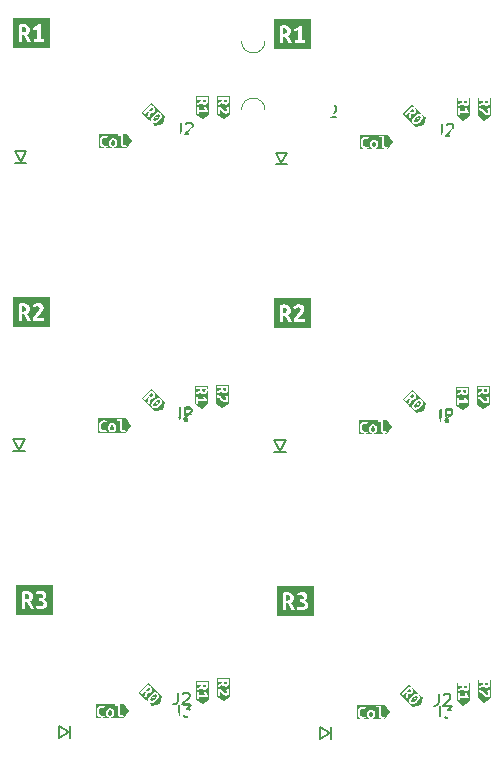
<source format=gbr>
%TF.GenerationSoftware,KiCad,Pcbnew,(6.0.4)*%
%TF.CreationDate,2022-12-14T16:12:07+01:00*%
%TF.ProjectId,column,636f6c75-6d6e-42e6-9b69-6361645f7063,rev?*%
%TF.SameCoordinates,Original*%
%TF.FileFunction,Legend,Top*%
%TF.FilePolarity,Positive*%
%FSLAX46Y46*%
G04 Gerber Fmt 4.6, Leading zero omitted, Abs format (unit mm)*
G04 Created by KiCad (PCBNEW (6.0.4)) date 2022-12-14 16:12:07*
%MOMM*%
%LPD*%
G01*
G04 APERTURE LIST*
G04 Aperture macros list*
%AMHorizOval*
0 Thick line with rounded ends*
0 $1 width*
0 $2 $3 position (X,Y) of the first rounded end (center of the circle)*
0 $4 $5 position (X,Y) of the second rounded end (center of the circle)*
0 Add line between two ends*
20,1,$1,$2,$3,$4,$5,0*
0 Add two circle primitives to create the rounded ends*
1,1,$1,$2,$3*
1,1,$1,$4,$5*%
G04 Aperture macros list end*
%ADD10C,0.150000*%
%ADD11C,0.100000*%
%ADD12C,1.600000*%
%ADD13C,3.987800*%
%ADD14O,2.701800X1.701800*%
%ADD15C,2.032000*%
%ADD16HorizOval,2.032000X-0.608505X0.641231X0.608505X-0.641231X0*%
%ADD17HorizOval,2.032000X-0.608505X-0.641231X0.608505X0.641231X0*%
%ADD18HorizOval,2.032000X-1.269427X0.410014X1.269427X-0.410014X0*%
%ADD19HorizOval,2.032000X-1.269427X-0.410014X1.269427X0.410014X0*%
%ADD20C,3.000000*%
%ADD21C,0.500000*%
%ADD22R,1.600000X1.600000*%
G04 APERTURE END LIST*
D10*
X209706859Y-76151544D02*
X209706859Y-76865830D01*
X209659240Y-77008687D01*
X209564002Y-77103925D01*
X209421145Y-77151544D01*
X209325907Y-77151544D01*
X210135431Y-76246783D02*
X210183050Y-76199164D01*
X210278288Y-76151544D01*
X210516383Y-76151544D01*
X210611621Y-76199164D01*
X210659240Y-76246783D01*
X210706859Y-76342021D01*
X210706859Y-76437259D01*
X210659240Y-76580116D01*
X210087812Y-77151544D01*
X210706859Y-77151544D01*
X219386307Y-125951312D02*
X219386307Y-126665598D01*
X219338688Y-126808455D01*
X219243450Y-126903693D01*
X219100593Y-126951312D01*
X219005355Y-126951312D01*
X219814879Y-126046551D02*
X219862498Y-125998932D01*
X219957736Y-125951312D01*
X220195831Y-125951312D01*
X220291069Y-125998932D01*
X220338688Y-126046551D01*
X220386307Y-126141789D01*
X220386307Y-126237027D01*
X220338688Y-126379884D01*
X219767260Y-126951312D01*
X220386307Y-126951312D01*
X219554891Y-101806798D02*
X219554891Y-102521084D01*
X219507272Y-102663941D01*
X219412034Y-102759179D01*
X219269177Y-102806798D01*
X219173939Y-102806798D01*
X219983463Y-101902037D02*
X220031082Y-101854418D01*
X220126320Y-101806798D01*
X220364415Y-101806798D01*
X220459653Y-101854418D01*
X220507272Y-101902037D01*
X220554891Y-101997275D01*
X220554891Y-102092513D01*
X220507272Y-102235370D01*
X219935844Y-102806798D01*
X220554891Y-102806798D01*
X197460382Y-101706992D02*
X197460382Y-102421278D01*
X197412763Y-102564135D01*
X197317525Y-102659373D01*
X197174668Y-102706992D01*
X197079430Y-102706992D01*
X197888954Y-101802231D02*
X197936573Y-101754612D01*
X198031811Y-101706992D01*
X198269906Y-101706992D01*
X198365144Y-101754612D01*
X198412763Y-101802231D01*
X198460382Y-101897469D01*
X198460382Y-101992707D01*
X198412763Y-102135564D01*
X197841335Y-102706992D01*
X198460382Y-102706992D01*
X197291798Y-125851506D02*
X197291798Y-126565792D01*
X197244179Y-126708649D01*
X197148941Y-126803887D01*
X197006084Y-126851506D01*
X196910846Y-126851506D01*
X197720370Y-125946745D02*
X197767989Y-125899126D01*
X197863227Y-125851506D01*
X198101322Y-125851506D01*
X198196560Y-125899126D01*
X198244179Y-125946745D01*
X198291798Y-126041983D01*
X198291798Y-126137221D01*
X198244179Y-126280078D01*
X197672751Y-126851506D01*
X198291798Y-126851506D01*
%TO.C,J5*%
X219541338Y-101966356D02*
X219541338Y-102680642D01*
X219493719Y-102823499D01*
X219398481Y-102918737D01*
X219255624Y-102966356D01*
X219160386Y-102966356D01*
X220493719Y-101966356D02*
X220017529Y-101966356D01*
X219969910Y-102442547D01*
X220017529Y-102394928D01*
X220112767Y-102347309D01*
X220350862Y-102347309D01*
X220446100Y-102394928D01*
X220493719Y-102442547D01*
X220541338Y-102537785D01*
X220541338Y-102775880D01*
X220493719Y-102871118D01*
X220446100Y-102918737D01*
X220350862Y-102966356D01*
X220112767Y-102966356D01*
X220017529Y-102918737D01*
X219969910Y-102871118D01*
%TO.C,J2*%
X219640307Y-77691312D02*
X219640307Y-78405598D01*
X219592688Y-78548455D01*
X219497450Y-78643693D01*
X219354593Y-78691312D01*
X219259355Y-78691312D01*
X220068879Y-77786551D02*
X220116498Y-77738932D01*
X220211736Y-77691312D01*
X220449831Y-77691312D01*
X220545069Y-77738932D01*
X220592688Y-77786551D01*
X220640307Y-77881789D01*
X220640307Y-77977027D01*
X220592688Y-78119884D01*
X220021260Y-78691312D01*
X220640307Y-78691312D01*
%TO.C,J3*%
X197412157Y-126878574D02*
X197412157Y-127592860D01*
X197364538Y-127735717D01*
X197269300Y-127830955D01*
X197126443Y-127878574D01*
X197031205Y-127878574D01*
X197793110Y-126878574D02*
X198412157Y-126878574D01*
X198078824Y-127259527D01*
X198221681Y-127259527D01*
X198316919Y-127307146D01*
X198364538Y-127354765D01*
X198412157Y-127450003D01*
X198412157Y-127688098D01*
X198364538Y-127783336D01*
X198316919Y-127830955D01*
X198221681Y-127878574D01*
X197935967Y-127878574D01*
X197840729Y-127830955D01*
X197793110Y-127783336D01*
X219506666Y-126978380D02*
X219506666Y-127692666D01*
X219459047Y-127835523D01*
X219363809Y-127930761D01*
X219220952Y-127978380D01*
X219125714Y-127978380D01*
X219887619Y-126978380D02*
X220506666Y-126978380D01*
X220173333Y-127359333D01*
X220316190Y-127359333D01*
X220411428Y-127406952D01*
X220459047Y-127454571D01*
X220506666Y-127549809D01*
X220506666Y-127787904D01*
X220459047Y-127883142D01*
X220411428Y-127930761D01*
X220316190Y-127978380D01*
X220030476Y-127978380D01*
X219935238Y-127930761D01*
X219887619Y-127883142D01*
%TO.C,J5*%
X197446829Y-101866550D02*
X197446829Y-102580836D01*
X197399210Y-102723693D01*
X197303972Y-102818931D01*
X197161115Y-102866550D01*
X197065877Y-102866550D01*
X198399210Y-101866550D02*
X197923020Y-101866550D01*
X197875401Y-102342741D01*
X197923020Y-102295122D01*
X198018258Y-102247503D01*
X198256353Y-102247503D01*
X198351591Y-102295122D01*
X198399210Y-102342741D01*
X198446829Y-102437979D01*
X198446829Y-102676074D01*
X198399210Y-102771312D01*
X198351591Y-102818931D01*
X198256353Y-102866550D01*
X198018258Y-102866550D01*
X197923020Y-102818931D01*
X197875401Y-102771312D01*
%TO.C,J2*%
X197545798Y-77591506D02*
X197545798Y-78305792D01*
X197498179Y-78448649D01*
X197402941Y-78543887D01*
X197260084Y-78591506D01*
X197164846Y-78591506D01*
X197974370Y-77686745D02*
X198021989Y-77639126D01*
X198117227Y-77591506D01*
X198355322Y-77591506D01*
X198450560Y-77639126D01*
X198498179Y-77686745D01*
X198545798Y-77781983D01*
X198545798Y-77877221D01*
X198498179Y-78020078D01*
X197926751Y-78591506D01*
X198545798Y-78591506D01*
%TO.C,kibuzzard-6399CA4F*%
G36*
X223499592Y-100197866D02*
G01*
X223500386Y-100224853D01*
X223491258Y-100295100D01*
X223463873Y-100350266D01*
X223417042Y-100385984D01*
X223349573Y-100397891D01*
X223239242Y-100353441D01*
X223210072Y-100295100D01*
X223200348Y-100208978D01*
X223200348Y-100166116D01*
X223495623Y-100166116D01*
X223499592Y-100197866D01*
G37*
G36*
X223747507Y-99904707D02*
G01*
X223747507Y-101478449D01*
X223178917Y-101857509D01*
X222610327Y-101478449D01*
X222610327Y-101412303D01*
X222676473Y-101412303D01*
X222838398Y-101412303D01*
X222838398Y-100990028D01*
X222890786Y-101006697D01*
X222947142Y-101047178D01*
X223001117Y-101097978D01*
X223046361Y-101145603D01*
X223125736Y-101226566D01*
X223211461Y-101298003D01*
X223302742Y-101348803D01*
X223400373Y-101367853D01*
X223523405Y-101342453D01*
X223611511Y-101274191D01*
X223663898Y-101175766D01*
X223681361Y-101059878D01*
X223673423Y-100977130D01*
X223649611Y-100893984D01*
X223609130Y-100815602D01*
X223551186Y-100747141D01*
X223414661Y-100843978D01*
X223489273Y-100943991D01*
X223511498Y-101040828D01*
X223478954Y-101132903D01*
X223386086Y-101169416D01*
X223301948Y-101140047D01*
X223216223Y-101065434D01*
X223170781Y-101018603D01*
X223123355Y-100968597D01*
X223072951Y-100918591D01*
X223018580Y-100871759D01*
X222959644Y-100830484D01*
X222895548Y-100797147D01*
X222825698Y-100775120D01*
X222749498Y-100767778D01*
X222716161Y-100766984D01*
X222676473Y-100770953D01*
X222676473Y-101412303D01*
X222610327Y-101412303D01*
X222610327Y-100661416D01*
X222676473Y-100661416D01*
X222780454Y-100616172D01*
X222889992Y-100561403D01*
X222994767Y-100502666D01*
X223086048Y-100445516D01*
X223130895Y-100514969D01*
X223192411Y-100561403D01*
X223266230Y-100587597D01*
X223347986Y-100596328D01*
X223425178Y-100589780D01*
X223491655Y-100570134D01*
X223592461Y-100494728D01*
X223626989Y-100440753D01*
X223651198Y-100377253D01*
X223665486Y-100305022D01*
X223670248Y-100224853D01*
X223668661Y-100169291D01*
X223664692Y-100102616D01*
X223656755Y-100033559D01*
X223644848Y-99970853D01*
X222676473Y-99970853D01*
X222676473Y-100166116D01*
X223038423Y-100166116D01*
X223038423Y-100267716D01*
X222948531Y-100321492D01*
X222859829Y-100371697D01*
X222769937Y-100417139D01*
X222676473Y-100456628D01*
X222676473Y-100661416D01*
X222610327Y-100661416D01*
X222610327Y-99904707D01*
X223747507Y-99904707D01*
G37*
G36*
X201740081Y-75377793D02*
G01*
X201740081Y-76951535D01*
X201171491Y-77330595D01*
X200602901Y-76951535D01*
X200602901Y-76885389D01*
X200669047Y-76885389D01*
X200830972Y-76885389D01*
X200830972Y-76463114D01*
X200883360Y-76479783D01*
X200939716Y-76520264D01*
X200993691Y-76571064D01*
X201038935Y-76618689D01*
X201118310Y-76699652D01*
X201204035Y-76771089D01*
X201295316Y-76821889D01*
X201392947Y-76840939D01*
X201515979Y-76815539D01*
X201604085Y-76747277D01*
X201656472Y-76648852D01*
X201673935Y-76532964D01*
X201665997Y-76450216D01*
X201642185Y-76367070D01*
X201601704Y-76288688D01*
X201543760Y-76220227D01*
X201407235Y-76317064D01*
X201481847Y-76417077D01*
X201504072Y-76513914D01*
X201471528Y-76605989D01*
X201378660Y-76642502D01*
X201294522Y-76613133D01*
X201208797Y-76538520D01*
X201163355Y-76491689D01*
X201115929Y-76441683D01*
X201065525Y-76391677D01*
X201011154Y-76344845D01*
X200952218Y-76303570D01*
X200888122Y-76270233D01*
X200818272Y-76248206D01*
X200742072Y-76240864D01*
X200708735Y-76240070D01*
X200669047Y-76244039D01*
X200669047Y-76885389D01*
X200602901Y-76885389D01*
X200602901Y-76134502D01*
X200669047Y-76134502D01*
X200773028Y-76089258D01*
X200882566Y-76034489D01*
X200987341Y-75975752D01*
X201078622Y-75918602D01*
X201123469Y-75988055D01*
X201184985Y-76034489D01*
X201258804Y-76060683D01*
X201340560Y-76069414D01*
X201417752Y-76062866D01*
X201484229Y-76043220D01*
X201585035Y-75967814D01*
X201619563Y-75913839D01*
X201643772Y-75850339D01*
X201658060Y-75778108D01*
X201662822Y-75697939D01*
X201661235Y-75642377D01*
X201657266Y-75575702D01*
X201649329Y-75506645D01*
X201637422Y-75443939D01*
X200669047Y-75443939D01*
X200669047Y-75639202D01*
X201030997Y-75639202D01*
X201030997Y-75740802D01*
X200941105Y-75794578D01*
X200852403Y-75844783D01*
X200762511Y-75890225D01*
X200669047Y-75929714D01*
X200669047Y-76134502D01*
X200602901Y-76134502D01*
X200602901Y-75377793D01*
X201740081Y-75377793D01*
G37*
G36*
X201492166Y-75670952D02*
G01*
X201492960Y-75697939D01*
X201483832Y-75768186D01*
X201456447Y-75823352D01*
X201409616Y-75859070D01*
X201342147Y-75870977D01*
X201231816Y-75826527D01*
X201202646Y-75768186D01*
X201192922Y-75682064D01*
X201192922Y-75639202D01*
X201488197Y-75639202D01*
X201492166Y-75670952D01*
G37*
G36*
X223586675Y-125046758D02*
G01*
X223587469Y-125073745D01*
X223578341Y-125143992D01*
X223550956Y-125199158D01*
X223504125Y-125234876D01*
X223436656Y-125246783D01*
X223326325Y-125202333D01*
X223297155Y-125143992D01*
X223287431Y-125057870D01*
X223287431Y-125015008D01*
X223582706Y-125015008D01*
X223586675Y-125046758D01*
G37*
G36*
X223834590Y-124753599D02*
G01*
X223834590Y-126327341D01*
X223266000Y-126706401D01*
X222697410Y-126327341D01*
X222697410Y-126261195D01*
X222763556Y-126261195D01*
X222925481Y-126261195D01*
X222925481Y-125838920D01*
X222977869Y-125855589D01*
X223034225Y-125896070D01*
X223088200Y-125946870D01*
X223133444Y-125994495D01*
X223212819Y-126075458D01*
X223298544Y-126146895D01*
X223389825Y-126197695D01*
X223487456Y-126216745D01*
X223610488Y-126191345D01*
X223698594Y-126123083D01*
X223750981Y-126024658D01*
X223768444Y-125908770D01*
X223760506Y-125826022D01*
X223736694Y-125742876D01*
X223696213Y-125664494D01*
X223638269Y-125596033D01*
X223501744Y-125692870D01*
X223576356Y-125792883D01*
X223598581Y-125889720D01*
X223566037Y-125981795D01*
X223473169Y-126018308D01*
X223389031Y-125988939D01*
X223303306Y-125914326D01*
X223257864Y-125867495D01*
X223210438Y-125817489D01*
X223160034Y-125767483D01*
X223105663Y-125720651D01*
X223046727Y-125679376D01*
X222982631Y-125646039D01*
X222912781Y-125624012D01*
X222836581Y-125616670D01*
X222803244Y-125615876D01*
X222763556Y-125619845D01*
X222763556Y-126261195D01*
X222697410Y-126261195D01*
X222697410Y-125510308D01*
X222763556Y-125510308D01*
X222867537Y-125465064D01*
X222977075Y-125410295D01*
X223081850Y-125351558D01*
X223173131Y-125294408D01*
X223217978Y-125363861D01*
X223279494Y-125410295D01*
X223353313Y-125436489D01*
X223435069Y-125445220D01*
X223512261Y-125438672D01*
X223578738Y-125419026D01*
X223679544Y-125343620D01*
X223714072Y-125289645D01*
X223738281Y-125226145D01*
X223752569Y-125153914D01*
X223757331Y-125073745D01*
X223755744Y-125018183D01*
X223751775Y-124951508D01*
X223743838Y-124882451D01*
X223731931Y-124819745D01*
X222763556Y-124819745D01*
X222763556Y-125015008D01*
X223125506Y-125015008D01*
X223125506Y-125116608D01*
X223035614Y-125170384D01*
X222946912Y-125220589D01*
X222857020Y-125266031D01*
X222763556Y-125305520D01*
X222763556Y-125510308D01*
X222697410Y-125510308D01*
X222697410Y-124753599D01*
X223834590Y-124753599D01*
G37*
%TO.C,kibuzzard-6399CA47*%
G36*
X199647585Y-100178214D02*
G01*
X199648379Y-100205201D01*
X199639251Y-100275448D01*
X199611866Y-100330614D01*
X199565035Y-100366333D01*
X199497567Y-100378239D01*
X199387235Y-100333789D01*
X199358065Y-100275448D01*
X199348342Y-100189326D01*
X199348342Y-100146464D01*
X199643617Y-100146464D01*
X199647585Y-100178214D01*
G37*
G36*
X199884387Y-99885056D02*
G01*
X199884387Y-101454035D01*
X199321354Y-101829390D01*
X198758321Y-101454035D01*
X198758321Y-101387889D01*
X198824466Y-101387889D01*
X198986391Y-101387889D01*
X198986391Y-101192626D01*
X199807129Y-101192626D01*
X199807129Y-101059276D01*
X199745217Y-100991014D01*
X199688067Y-100906876D01*
X199638854Y-100817976D01*
X199602341Y-100735426D01*
X199440416Y-100798926D01*
X199479310Y-100895764D01*
X199535667Y-100997364D01*
X198986391Y-100997364D01*
X198986391Y-100790989D01*
X198824466Y-100790989D01*
X198824466Y-101387889D01*
X198758321Y-101387889D01*
X198758321Y-100641764D01*
X198824466Y-100641764D01*
X198928448Y-100596520D01*
X199037985Y-100541751D01*
X199142760Y-100483014D01*
X199234041Y-100425864D01*
X199278888Y-100495317D01*
X199340404Y-100541751D01*
X199414223Y-100567945D01*
X199495979Y-100576676D01*
X199573171Y-100570128D01*
X199639648Y-100550483D01*
X199740454Y-100475076D01*
X199774982Y-100421101D01*
X199799192Y-100357601D01*
X199813479Y-100285370D01*
X199818242Y-100205201D01*
X199816654Y-100149639D01*
X199812685Y-100082964D01*
X199804748Y-100013908D01*
X199792842Y-99951201D01*
X198824466Y-99951201D01*
X198824466Y-100146464D01*
X199186417Y-100146464D01*
X199186417Y-100248064D01*
X199096524Y-100301841D01*
X199007823Y-100352045D01*
X198917931Y-100397487D01*
X198824466Y-100436976D01*
X198824466Y-100641764D01*
X198758321Y-100641764D01*
X198758321Y-99885056D01*
X199884387Y-99885056D01*
G37*
%TO.C,kibuzzard-6399CA4F*%
G36*
X201405083Y-100098060D02*
G01*
X201405877Y-100125047D01*
X201396749Y-100195294D01*
X201369364Y-100250460D01*
X201322533Y-100286178D01*
X201255064Y-100298085D01*
X201144733Y-100253635D01*
X201115563Y-100195294D01*
X201105839Y-100109172D01*
X201105839Y-100066310D01*
X201401114Y-100066310D01*
X201405083Y-100098060D01*
G37*
G36*
X201652998Y-99804901D02*
G01*
X201652998Y-101378643D01*
X201084408Y-101757703D01*
X200515818Y-101378643D01*
X200515818Y-101312497D01*
X200581964Y-101312497D01*
X200743889Y-101312497D01*
X200743889Y-100890222D01*
X200796277Y-100906891D01*
X200852633Y-100947372D01*
X200906608Y-100998172D01*
X200951852Y-101045797D01*
X201031227Y-101126760D01*
X201116952Y-101198197D01*
X201208233Y-101248997D01*
X201305864Y-101268047D01*
X201428896Y-101242647D01*
X201517002Y-101174385D01*
X201569389Y-101075960D01*
X201586852Y-100960072D01*
X201578914Y-100877324D01*
X201555102Y-100794178D01*
X201514621Y-100715796D01*
X201456677Y-100647335D01*
X201320152Y-100744172D01*
X201394764Y-100844185D01*
X201416989Y-100941022D01*
X201384445Y-101033097D01*
X201291577Y-101069610D01*
X201207439Y-101040241D01*
X201121714Y-100965628D01*
X201076272Y-100918797D01*
X201028846Y-100868791D01*
X200978442Y-100818785D01*
X200924071Y-100771953D01*
X200865135Y-100730678D01*
X200801039Y-100697341D01*
X200731189Y-100675314D01*
X200654989Y-100667972D01*
X200621652Y-100667178D01*
X200581964Y-100671147D01*
X200581964Y-101312497D01*
X200515818Y-101312497D01*
X200515818Y-100561610D01*
X200581964Y-100561610D01*
X200685945Y-100516366D01*
X200795483Y-100461597D01*
X200900258Y-100402860D01*
X200991539Y-100345710D01*
X201036386Y-100415163D01*
X201097902Y-100461597D01*
X201171721Y-100487791D01*
X201253477Y-100496522D01*
X201330669Y-100489974D01*
X201397146Y-100470328D01*
X201497952Y-100394922D01*
X201532480Y-100340947D01*
X201556689Y-100277447D01*
X201570977Y-100205216D01*
X201575739Y-100125047D01*
X201574152Y-100069485D01*
X201570183Y-100002810D01*
X201562246Y-99933753D01*
X201550339Y-99871047D01*
X200581964Y-99871047D01*
X200581964Y-100066310D01*
X200943914Y-100066310D01*
X200943914Y-100167910D01*
X200854022Y-100221686D01*
X200765320Y-100271891D01*
X200675428Y-100317333D01*
X200581964Y-100356822D01*
X200581964Y-100561610D01*
X200515818Y-100561610D01*
X200515818Y-99804901D01*
X201652998Y-99804901D01*
G37*
%TO.C,kibuzzard-63982C97*%
G36*
X205432819Y-92476241D02*
G01*
X208587181Y-92476241D01*
X208587181Y-94975759D01*
X205432819Y-94975759D01*
X205432819Y-94479666D01*
X205928912Y-94479666D01*
X206221806Y-94479666D01*
X206221806Y-93936741D01*
X206374206Y-93936741D01*
X206454871Y-94071579D01*
X206530178Y-94204631D01*
X206598341Y-94339470D01*
X206657575Y-94479666D01*
X206964756Y-94479666D01*
X206896891Y-94323694D01*
X206814738Y-94159387D01*
X206726631Y-94002225D01*
X206640906Y-93865303D01*
X206745086Y-93798033D01*
X206814738Y-93705759D01*
X206854028Y-93595031D01*
X206867125Y-93472397D01*
X206857302Y-93356609D01*
X206827834Y-93256894D01*
X206761038Y-93167597D01*
X207093344Y-93167597D01*
X207238600Y-93372384D01*
X207388619Y-93260466D01*
X207533875Y-93227128D01*
X207671988Y-93275944D01*
X207726756Y-93415247D01*
X207682703Y-93541453D01*
X207570784Y-93670041D01*
X207500538Y-93738204D01*
X207425528Y-93809344D01*
X207350519Y-93884948D01*
X207280272Y-93966506D01*
X207218359Y-94054910D01*
X207168353Y-94151053D01*
X207135313Y-94255828D01*
X207124300Y-94370128D01*
X207123109Y-94420134D01*
X207129062Y-94479666D01*
X208091088Y-94479666D01*
X208091088Y-94236778D01*
X207457675Y-94236778D01*
X207482678Y-94158197D01*
X207543400Y-94073663D01*
X207619600Y-93992700D01*
X207691038Y-93924834D01*
X207812481Y-93805772D01*
X207919637Y-93677184D01*
X207995837Y-93540263D01*
X208024412Y-93393816D01*
X207986312Y-93209269D01*
X207883919Y-93077109D01*
X207736281Y-92998528D01*
X207562450Y-92972334D01*
X207438327Y-92984241D01*
X207313609Y-93019959D01*
X207196035Y-93080681D01*
X207093344Y-93167597D01*
X206761038Y-93167597D01*
X206714725Y-93105684D01*
X206633763Y-93053892D01*
X206538513Y-93017578D01*
X206430166Y-92996147D01*
X206309912Y-92989003D01*
X206226569Y-92991384D01*
X206126556Y-92997338D01*
X206022972Y-93009244D01*
X205928912Y-93027103D01*
X205928912Y-94479666D01*
X205432819Y-94479666D01*
X205432819Y-92476241D01*
G37*
G36*
X206415283Y-93257489D02*
G01*
X206498031Y-93298566D01*
X206551609Y-93368813D01*
X206569469Y-93470016D01*
X206502794Y-93635512D01*
X206415283Y-93679268D01*
X206286100Y-93693853D01*
X206221806Y-93693853D01*
X206221806Y-93250941D01*
X206269431Y-93244987D01*
X206309912Y-93243797D01*
X206415283Y-93257489D01*
G37*
%TO.C,kibuzzard-6399CA1D*%
G36*
X217323806Y-101623188D02*
G01*
X217333769Y-101539700D01*
X217364888Y-101474905D01*
X217389994Y-101439794D01*
X217516742Y-101439794D01*
X217540877Y-101507708D01*
X217607106Y-101530158D01*
X217676703Y-101495359D01*
X217712062Y-101425202D01*
X217690173Y-101358411D01*
X217621698Y-101334838D01*
X217552102Y-101370759D01*
X217516742Y-101439794D01*
X217389994Y-101439794D01*
X217415589Y-101403998D01*
X217485872Y-101326980D01*
X217562267Y-101257321D01*
X217632799Y-101206993D01*
X217697470Y-101175999D01*
X217780957Y-101166037D01*
X217846205Y-101200134D01*
X217881003Y-101266083D01*
X217870901Y-101349431D01*
X217839595Y-101413789D01*
X217789080Y-101484135D01*
X217719359Y-101560466D01*
X217642403Y-101630812D01*
X217571683Y-101681700D01*
X217507201Y-101713131D01*
X217423852Y-101723234D01*
X217359373Y-101689211D01*
X217357904Y-101688435D01*
X217323806Y-101623188D01*
G37*
G36*
X217214781Y-100590038D02*
G01*
X217234425Y-100608559D01*
X217277642Y-100664686D01*
X217297287Y-100723058D01*
X217289430Y-100781430D01*
X217250141Y-100837556D01*
X217140694Y-100884141D01*
X217078814Y-100863515D01*
X217011041Y-100809493D01*
X216980733Y-100779185D01*
X217189524Y-100570394D01*
X217214781Y-100590038D01*
G37*
G36*
X216410861Y-101072913D02*
G01*
X216364088Y-101026141D01*
X216378681Y-101011548D01*
X216472226Y-101011548D01*
X216610297Y-101149620D01*
X216866235Y-100893683D01*
X216938077Y-100965525D01*
X216912539Y-101067114D01*
X216885317Y-101165336D01*
X216853886Y-101261031D01*
X216815720Y-101355043D01*
X216960527Y-101499850D01*
X217002061Y-101394332D01*
X217040788Y-101278150D01*
X217073342Y-101162529D01*
X217097476Y-101057573D01*
X217178299Y-101074972D01*
X217254631Y-101064307D01*
X217325350Y-101030632D01*
X217389335Y-100978995D01*
X217439287Y-100919781D01*
X217472402Y-100858885D01*
X217490362Y-100734283D01*
X217476611Y-100671702D01*
X217448828Y-100609682D01*
X217407856Y-100548504D01*
X217354536Y-100488448D01*
X217314125Y-100450282D01*
X217264172Y-100405943D01*
X217209729Y-100362726D01*
X217156970Y-100326804D01*
X216472226Y-101011548D01*
X216378681Y-101011548D01*
X217182788Y-100207441D01*
X217229560Y-100254214D01*
X218252187Y-101276841D01*
X218298960Y-101323613D01*
X218162510Y-102005863D01*
X217480260Y-102142313D01*
X217433488Y-102095540D01*
X217192143Y-101854196D01*
X216973249Y-101635302D01*
X217146618Y-101635302D01*
X217176553Y-101725105D01*
X217238915Y-101807423D01*
X217321234Y-101869787D01*
X217411037Y-101899721D01*
X217508323Y-101897226D01*
X217586129Y-101873443D01*
X217668003Y-101830155D01*
X217753947Y-101767363D01*
X217843960Y-101685068D01*
X217925729Y-101595581D01*
X217988065Y-101510093D01*
X218030967Y-101428605D01*
X218054434Y-101351114D01*
X218056618Y-101254140D01*
X218026496Y-101164525D01*
X217964071Y-101082268D01*
X217882874Y-101021028D01*
X217793446Y-100991468D01*
X217695786Y-100993588D01*
X217617630Y-101016740D01*
X217535825Y-101059256D01*
X217450372Y-101121136D01*
X217361272Y-101202379D01*
X217278976Y-101292392D01*
X217216184Y-101378336D01*
X217172896Y-101460210D01*
X217149113Y-101538016D01*
X217146618Y-101635302D01*
X216973249Y-101635302D01*
X216899162Y-101561215D01*
X216410861Y-101072913D01*
G37*
%TO.C,kibuzzard-6399CA4F*%
G36*
X201492166Y-124946952D02*
G01*
X201492960Y-124973939D01*
X201483832Y-125044186D01*
X201456447Y-125099352D01*
X201409616Y-125135070D01*
X201342147Y-125146977D01*
X201231816Y-125102527D01*
X201202646Y-125044186D01*
X201192922Y-124958064D01*
X201192922Y-124915202D01*
X201488197Y-124915202D01*
X201492166Y-124946952D01*
G37*
G36*
X201740081Y-124653793D02*
G01*
X201740081Y-126227535D01*
X201171491Y-126606595D01*
X200602901Y-126227535D01*
X200602901Y-126161389D01*
X200669047Y-126161389D01*
X200830972Y-126161389D01*
X200830972Y-125739114D01*
X200883360Y-125755783D01*
X200939716Y-125796264D01*
X200993691Y-125847064D01*
X201038935Y-125894689D01*
X201118310Y-125975652D01*
X201204035Y-126047089D01*
X201295316Y-126097889D01*
X201392947Y-126116939D01*
X201515979Y-126091539D01*
X201604085Y-126023277D01*
X201656472Y-125924852D01*
X201673935Y-125808964D01*
X201665997Y-125726216D01*
X201642185Y-125643070D01*
X201601704Y-125564688D01*
X201543760Y-125496227D01*
X201407235Y-125593064D01*
X201481847Y-125693077D01*
X201504072Y-125789914D01*
X201471528Y-125881989D01*
X201378660Y-125918502D01*
X201294522Y-125889133D01*
X201208797Y-125814520D01*
X201163355Y-125767689D01*
X201115929Y-125717683D01*
X201065525Y-125667677D01*
X201011154Y-125620845D01*
X200952218Y-125579570D01*
X200888122Y-125546233D01*
X200818272Y-125524206D01*
X200742072Y-125516864D01*
X200708735Y-125516070D01*
X200669047Y-125520039D01*
X200669047Y-126161389D01*
X200602901Y-126161389D01*
X200602901Y-125410502D01*
X200669047Y-125410502D01*
X200773028Y-125365258D01*
X200882566Y-125310489D01*
X200987341Y-125251752D01*
X201078622Y-125194602D01*
X201123469Y-125264055D01*
X201184985Y-125310489D01*
X201258804Y-125336683D01*
X201340560Y-125345414D01*
X201417752Y-125338866D01*
X201484229Y-125319220D01*
X201585035Y-125243814D01*
X201619563Y-125189839D01*
X201643772Y-125126339D01*
X201658060Y-125054108D01*
X201662822Y-124973939D01*
X201661235Y-124918377D01*
X201657266Y-124851702D01*
X201649329Y-124782645D01*
X201637422Y-124719939D01*
X200669047Y-124719939D01*
X200669047Y-124915202D01*
X201030997Y-124915202D01*
X201030997Y-125016802D01*
X200941105Y-125070578D01*
X200852403Y-125120783D01*
X200762511Y-125166225D01*
X200669047Y-125205714D01*
X200669047Y-125410502D01*
X200602901Y-125410502D01*
X200602901Y-124653793D01*
X201740081Y-124653793D01*
G37*
%TO.C,kibuzzard-6399CA47*%
G36*
X222051033Y-125011833D02*
G01*
X222051033Y-126580812D01*
X221488000Y-126956167D01*
X220924967Y-126580812D01*
X220924967Y-126514666D01*
X220991112Y-126514666D01*
X221153037Y-126514666D01*
X221153037Y-126319403D01*
X221973775Y-126319403D01*
X221973775Y-126186053D01*
X221911863Y-126117791D01*
X221854713Y-126033653D01*
X221805500Y-125944753D01*
X221768987Y-125862203D01*
X221607062Y-125925703D01*
X221645956Y-126022541D01*
X221702313Y-126124141D01*
X221153037Y-126124141D01*
X221153037Y-125917766D01*
X220991112Y-125917766D01*
X220991112Y-126514666D01*
X220924967Y-126514666D01*
X220924967Y-125768541D01*
X220991112Y-125768541D01*
X221095094Y-125723297D01*
X221204631Y-125668528D01*
X221309406Y-125609791D01*
X221400687Y-125552641D01*
X221445534Y-125622094D01*
X221507050Y-125668528D01*
X221580869Y-125694722D01*
X221662625Y-125703453D01*
X221739817Y-125696905D01*
X221806294Y-125677260D01*
X221907100Y-125601853D01*
X221941628Y-125547878D01*
X221965838Y-125484378D01*
X221980125Y-125412147D01*
X221984888Y-125331978D01*
X221983300Y-125276416D01*
X221979331Y-125209741D01*
X221971394Y-125140685D01*
X221959488Y-125077978D01*
X220991112Y-125077978D01*
X220991112Y-125273241D01*
X221353063Y-125273241D01*
X221353063Y-125374841D01*
X221263170Y-125428618D01*
X221174469Y-125478822D01*
X221084577Y-125524264D01*
X220991112Y-125563753D01*
X220991112Y-125768541D01*
X220924967Y-125768541D01*
X220924967Y-125011833D01*
X222051033Y-125011833D01*
G37*
G36*
X221814231Y-125304991D02*
G01*
X221815025Y-125331978D01*
X221805897Y-125402225D01*
X221778512Y-125457391D01*
X221731681Y-125493110D01*
X221664213Y-125505016D01*
X221553881Y-125460566D01*
X221524711Y-125402225D01*
X221514988Y-125316103D01*
X221514988Y-125273241D01*
X221810263Y-125273241D01*
X221814231Y-125304991D01*
G37*
%TO.C,kibuzzard-6399CA3A*%
G36*
X190356824Y-126785629D02*
G01*
X192775115Y-126785629D01*
X193190158Y-127408194D01*
X192775115Y-128030759D01*
X190356824Y-128030759D01*
X190356824Y-127451850D01*
X190422969Y-127451850D01*
X190429816Y-127567837D01*
X190450354Y-127669735D01*
X190484584Y-127757543D01*
X190532507Y-127831263D01*
X190616468Y-127905346D01*
X190722301Y-127949796D01*
X190850007Y-127964613D01*
X190936724Y-127959255D01*
X191012726Y-127943182D01*
X191124644Y-127896350D01*
X191075432Y-127742363D01*
X190995263Y-127777288D01*
X190869057Y-127794750D01*
X190755749Y-127772327D01*
X190679351Y-127705056D01*
X190647160Y-127636529D01*
X190632065Y-127569325D01*
X191219894Y-127569325D01*
X191226244Y-127654058D01*
X191245294Y-127730456D01*
X191276052Y-127797727D01*
X191317526Y-127855075D01*
X191368723Y-127901510D01*
X191428651Y-127936038D01*
X191496715Y-127957469D01*
X191572319Y-127964613D01*
X191647924Y-127957469D01*
X191715988Y-127936038D01*
X191775718Y-127901510D01*
X191826319Y-127855075D01*
X191867198Y-127797727D01*
X191897757Y-127730456D01*
X191916807Y-127654058D01*
X191923157Y-127569325D01*
X191916807Y-127485783D01*
X191897757Y-127409781D01*
X191866999Y-127342710D01*
X191825526Y-127285956D01*
X191774329Y-127240316D01*
X191714401Y-127206581D01*
X191646734Y-127185746D01*
X191572319Y-127178800D01*
X191498898Y-127185746D01*
X191431032Y-127206581D01*
X191370509Y-127240316D01*
X191319113Y-127285956D01*
X191277441Y-127342710D01*
X191246088Y-127409781D01*
X191226443Y-127485783D01*
X191219894Y-127569325D01*
X190632065Y-127569325D01*
X190627845Y-127550540D01*
X190621407Y-127447088D01*
X190626765Y-127358188D01*
X190642838Y-127285163D01*
X190698401Y-127181181D01*
X190776188Y-127125619D01*
X190865882Y-127108950D01*
X190984151Y-127125619D01*
X191072257Y-127166100D01*
X191122020Y-127013700D01*
X192024757Y-127013700D01*
X192231132Y-127013700D01*
X192231132Y-127647113D01*
X192246610Y-127782646D01*
X192293044Y-127881269D01*
X192373213Y-127941396D01*
X192489894Y-127961438D01*
X192578001Y-127955088D01*
X192643882Y-127940007D01*
X192687538Y-127923338D01*
X192708969Y-127912225D01*
X192683569Y-127755063D01*
X192631182Y-127775700D01*
X192532757Y-127791575D01*
X192456557Y-127764588D01*
X192426394Y-127661400D01*
X192426394Y-126851775D01*
X192024757Y-126851775D01*
X192024757Y-127013700D01*
X191122020Y-127013700D01*
X191123057Y-127010525D01*
X191090513Y-126991475D01*
X191037332Y-126967663D01*
X190963513Y-126947819D01*
X190869057Y-126939088D01*
X190775990Y-126947621D01*
X190690463Y-126973219D01*
X190614263Y-127015288D01*
X190549176Y-127073231D01*
X190496193Y-127146455D01*
X190456307Y-127234363D01*
X190431304Y-127336360D01*
X190422969Y-127451850D01*
X190356824Y-127451850D01*
X190356824Y-126785629D01*
G37*
G36*
X191640780Y-127363942D02*
G01*
X191687413Y-127409781D01*
X191714202Y-127480624D01*
X191723132Y-127570913D01*
X191713409Y-127661400D01*
X191684238Y-127732838D01*
X191636018Y-127779272D01*
X191569144Y-127794750D01*
X191500684Y-127779272D01*
X191454051Y-127732838D01*
X191427262Y-127661400D01*
X191418332Y-127570913D01*
X191428055Y-127480624D01*
X191457226Y-127409781D01*
X191505446Y-127363942D01*
X191572319Y-127348663D01*
X191640780Y-127363942D01*
G37*
%TO.C,kibuzzard-6399CA47*%
G36*
X199956524Y-75382027D02*
G01*
X199956524Y-76951006D01*
X199393491Y-77326361D01*
X198830458Y-76951006D01*
X198830458Y-76884860D01*
X198896603Y-76884860D01*
X199058528Y-76884860D01*
X199058528Y-76689597D01*
X199879266Y-76689597D01*
X199879266Y-76556247D01*
X199817354Y-76487985D01*
X199760204Y-76403847D01*
X199710991Y-76314947D01*
X199674478Y-76232397D01*
X199512553Y-76295897D01*
X199551447Y-76392735D01*
X199607804Y-76494335D01*
X199058528Y-76494335D01*
X199058528Y-76287960D01*
X198896603Y-76287960D01*
X198896603Y-76884860D01*
X198830458Y-76884860D01*
X198830458Y-76138735D01*
X198896603Y-76138735D01*
X199000585Y-76093491D01*
X199110122Y-76038722D01*
X199214897Y-75979985D01*
X199306178Y-75922835D01*
X199351025Y-75992288D01*
X199412541Y-76038722D01*
X199486360Y-76064916D01*
X199568116Y-76073647D01*
X199645308Y-76067099D01*
X199711785Y-76047454D01*
X199812591Y-75972047D01*
X199847119Y-75918072D01*
X199871329Y-75854572D01*
X199885616Y-75782341D01*
X199890379Y-75702172D01*
X199888791Y-75646610D01*
X199884822Y-75579935D01*
X199876885Y-75510879D01*
X199864979Y-75448172D01*
X198896603Y-75448172D01*
X198896603Y-75643435D01*
X199258554Y-75643435D01*
X199258554Y-75745035D01*
X199168661Y-75798812D01*
X199079960Y-75849016D01*
X198990068Y-75894458D01*
X198896603Y-75933947D01*
X198896603Y-76138735D01*
X198830458Y-76138735D01*
X198830458Y-75382027D01*
X199956524Y-75382027D01*
G37*
G36*
X199719722Y-75675185D02*
G01*
X199720516Y-75702172D01*
X199711388Y-75772419D01*
X199684003Y-75827585D01*
X199637172Y-75863304D01*
X199569704Y-75875210D01*
X199459372Y-75830760D01*
X199430202Y-75772419D01*
X199420479Y-75686297D01*
X199420479Y-75643435D01*
X199715754Y-75643435D01*
X199719722Y-75675185D01*
G37*
%TO.C,kibuzzard-6399CA3A*%
G36*
X190525408Y-102641115D02*
G01*
X192943699Y-102641115D01*
X193358742Y-103263680D01*
X192943699Y-103886245D01*
X190525408Y-103886245D01*
X190525408Y-103307336D01*
X190591553Y-103307336D01*
X190598400Y-103423323D01*
X190618938Y-103525221D01*
X190653168Y-103613029D01*
X190701091Y-103686749D01*
X190785052Y-103760832D01*
X190890885Y-103805282D01*
X191018591Y-103820099D01*
X191105308Y-103814741D01*
X191181310Y-103798668D01*
X191293228Y-103751836D01*
X191244016Y-103597849D01*
X191163847Y-103632774D01*
X191037641Y-103650236D01*
X190924333Y-103627813D01*
X190847935Y-103560542D01*
X190815744Y-103492015D01*
X190800649Y-103424811D01*
X191388478Y-103424811D01*
X191394828Y-103509544D01*
X191413878Y-103585942D01*
X191444636Y-103653213D01*
X191486110Y-103710561D01*
X191537307Y-103756996D01*
X191597235Y-103791524D01*
X191665299Y-103812955D01*
X191740903Y-103820099D01*
X191816508Y-103812955D01*
X191884572Y-103791524D01*
X191944302Y-103756996D01*
X191994903Y-103710561D01*
X192035782Y-103653213D01*
X192066341Y-103585942D01*
X192085391Y-103509544D01*
X192091741Y-103424811D01*
X192085391Y-103341269D01*
X192066341Y-103265267D01*
X192035583Y-103198196D01*
X191994110Y-103141442D01*
X191942913Y-103095802D01*
X191882985Y-103062067D01*
X191815318Y-103041232D01*
X191740903Y-103034286D01*
X191667482Y-103041232D01*
X191599616Y-103062067D01*
X191539093Y-103095802D01*
X191487697Y-103141442D01*
X191446025Y-103198196D01*
X191414672Y-103265267D01*
X191395027Y-103341269D01*
X191388478Y-103424811D01*
X190800649Y-103424811D01*
X190796429Y-103406026D01*
X190789991Y-103302574D01*
X190795349Y-103213674D01*
X190811422Y-103140649D01*
X190866985Y-103036667D01*
X190944772Y-102981105D01*
X191034466Y-102964436D01*
X191152735Y-102981105D01*
X191240841Y-103021586D01*
X191290604Y-102869186D01*
X192193341Y-102869186D01*
X192399716Y-102869186D01*
X192399716Y-103502599D01*
X192415194Y-103638132D01*
X192461628Y-103736755D01*
X192541797Y-103796882D01*
X192658478Y-103816924D01*
X192746585Y-103810574D01*
X192812466Y-103795493D01*
X192856122Y-103778824D01*
X192877553Y-103767711D01*
X192852153Y-103610549D01*
X192799766Y-103631186D01*
X192701341Y-103647061D01*
X192625141Y-103620074D01*
X192594978Y-103516886D01*
X192594978Y-102707261D01*
X192193341Y-102707261D01*
X192193341Y-102869186D01*
X191290604Y-102869186D01*
X191291641Y-102866011D01*
X191259097Y-102846961D01*
X191205916Y-102823149D01*
X191132097Y-102803305D01*
X191037641Y-102794574D01*
X190944574Y-102803107D01*
X190859047Y-102828705D01*
X190782847Y-102870774D01*
X190717760Y-102928717D01*
X190664777Y-103001941D01*
X190624891Y-103089849D01*
X190599888Y-103191846D01*
X190591553Y-103307336D01*
X190525408Y-103307336D01*
X190525408Y-102641115D01*
G37*
G36*
X191809364Y-103219428D02*
G01*
X191855997Y-103265267D01*
X191882786Y-103336110D01*
X191891716Y-103426399D01*
X191881993Y-103516886D01*
X191852822Y-103588324D01*
X191804602Y-103634758D01*
X191737728Y-103650236D01*
X191669268Y-103634758D01*
X191622635Y-103588324D01*
X191595846Y-103516886D01*
X191586916Y-103426399D01*
X191596639Y-103336110D01*
X191625810Y-103265267D01*
X191674030Y-103219428D01*
X191740903Y-103204149D01*
X191809364Y-103219428D01*
G37*
%TO.C,kibuzzard-63982CB3*%
G36*
X183605407Y-116744956D02*
G01*
X186733575Y-116744956D01*
X186733575Y-119275431D01*
X183605407Y-119275431D01*
X183605407Y-118748381D01*
X184101500Y-118748381D01*
X184394394Y-118748381D01*
X184394394Y-118205456D01*
X184546794Y-118205456D01*
X184627459Y-118340295D01*
X184702766Y-118473347D01*
X184770929Y-118608185D01*
X184830163Y-118748381D01*
X185137344Y-118748381D01*
X185115586Y-118698375D01*
X185261169Y-118698375D01*
X185334988Y-118724569D01*
X185438572Y-118750763D01*
X185555254Y-118771003D01*
X185670744Y-118779338D01*
X185808261Y-118770706D01*
X185925538Y-118744810D01*
X186023169Y-118703138D01*
X186101750Y-118647178D01*
X186204144Y-118498350D01*
X186237482Y-118310231D01*
X186221706Y-118190574D01*
X186174379Y-118088775D01*
X186098476Y-118007217D01*
X185996975Y-117948281D01*
X186130325Y-117824456D01*
X186180332Y-117655388D01*
X186151757Y-117491081D01*
X186063650Y-117358922D01*
X185912441Y-117272006D01*
X185812726Y-117248789D01*
X185696938Y-117241050D01*
X185570434Y-117252064D01*
X185457622Y-117285103D01*
X185287363Y-117372019D01*
X185392138Y-117586331D01*
X185533822Y-117518466D01*
X185699319Y-117491081D01*
X185833860Y-117537516D01*
X185882675Y-117664913D01*
X185860054Y-117755400D01*
X185801713Y-117812550D01*
X185720750Y-117843506D01*
X185630263Y-117853031D01*
X185520725Y-117853031D01*
X185520725Y-118095919D01*
X185611213Y-118095919D01*
X185741586Y-118107528D01*
X185846957Y-118142353D01*
X185916608Y-118206349D01*
X185939825Y-118305469D01*
X185879104Y-118465013D01*
X185796057Y-118513233D01*
X185668363Y-118529306D01*
X185555551Y-118522758D01*
X185460004Y-118503113D01*
X185318319Y-118453106D01*
X185261169Y-118698375D01*
X185115586Y-118698375D01*
X185069479Y-118592410D01*
X184987325Y-118428103D01*
X184899219Y-118270941D01*
X184813494Y-118134019D01*
X184917674Y-118066749D01*
X184987325Y-117974475D01*
X185026616Y-117863747D01*
X185039713Y-117741113D01*
X185029890Y-117625324D01*
X185000422Y-117525610D01*
X184887313Y-117374400D01*
X184806350Y-117322608D01*
X184711100Y-117286294D01*
X184602754Y-117264863D01*
X184482500Y-117257719D01*
X184399157Y-117260100D01*
X184299144Y-117266053D01*
X184195560Y-117277960D01*
X184101500Y-117295819D01*
X184101500Y-118748381D01*
X183605407Y-118748381D01*
X183605407Y-116744956D01*
G37*
G36*
X184587871Y-117526205D02*
G01*
X184670619Y-117567281D01*
X184724197Y-117637528D01*
X184742057Y-117738731D01*
X184675382Y-117904228D01*
X184587871Y-117947984D01*
X184458688Y-117962569D01*
X184394394Y-117962569D01*
X184394394Y-117519656D01*
X184442019Y-117513703D01*
X184482500Y-117512513D01*
X184587871Y-117526205D01*
G37*
%TO.C,kibuzzard-6399CA3A*%
G36*
X212619917Y-102740921D02*
G01*
X215038208Y-102740921D01*
X215453251Y-103363486D01*
X215038208Y-103986051D01*
X212619917Y-103986051D01*
X212619917Y-103407142D01*
X212686062Y-103407142D01*
X212692909Y-103523129D01*
X212713447Y-103625027D01*
X212747677Y-103712835D01*
X212795600Y-103786555D01*
X212879561Y-103860638D01*
X212985394Y-103905088D01*
X213113100Y-103919905D01*
X213199817Y-103914547D01*
X213275819Y-103898474D01*
X213387737Y-103851642D01*
X213338525Y-103697655D01*
X213258356Y-103732580D01*
X213132150Y-103750042D01*
X213018842Y-103727619D01*
X212942444Y-103660348D01*
X212910253Y-103591821D01*
X212895158Y-103524617D01*
X213482987Y-103524617D01*
X213489337Y-103609350D01*
X213508387Y-103685748D01*
X213539145Y-103753019D01*
X213580619Y-103810367D01*
X213631816Y-103856802D01*
X213691744Y-103891330D01*
X213759808Y-103912761D01*
X213835412Y-103919905D01*
X213911017Y-103912761D01*
X213979081Y-103891330D01*
X214038811Y-103856802D01*
X214089412Y-103810367D01*
X214130291Y-103753019D01*
X214160850Y-103685748D01*
X214179900Y-103609350D01*
X214186250Y-103524617D01*
X214179900Y-103441075D01*
X214160850Y-103365073D01*
X214130092Y-103298002D01*
X214088619Y-103241248D01*
X214037422Y-103195608D01*
X213977494Y-103161873D01*
X213909827Y-103141038D01*
X213835412Y-103134092D01*
X213761991Y-103141038D01*
X213694125Y-103161873D01*
X213633602Y-103195608D01*
X213582206Y-103241248D01*
X213540534Y-103298002D01*
X213509181Y-103365073D01*
X213489536Y-103441075D01*
X213482987Y-103524617D01*
X212895158Y-103524617D01*
X212890938Y-103505832D01*
X212884500Y-103402380D01*
X212889858Y-103313480D01*
X212905931Y-103240455D01*
X212961494Y-103136473D01*
X213039281Y-103080911D01*
X213128975Y-103064242D01*
X213247244Y-103080911D01*
X213335350Y-103121392D01*
X213385113Y-102968992D01*
X214287850Y-102968992D01*
X214494225Y-102968992D01*
X214494225Y-103602405D01*
X214509703Y-103737938D01*
X214556137Y-103836561D01*
X214636306Y-103896688D01*
X214752987Y-103916730D01*
X214841094Y-103910380D01*
X214906975Y-103895299D01*
X214950631Y-103878630D01*
X214972062Y-103867517D01*
X214946662Y-103710355D01*
X214894275Y-103730992D01*
X214795850Y-103746867D01*
X214719650Y-103719880D01*
X214689487Y-103616692D01*
X214689487Y-102807067D01*
X214287850Y-102807067D01*
X214287850Y-102968992D01*
X213385113Y-102968992D01*
X213386150Y-102965817D01*
X213353606Y-102946767D01*
X213300425Y-102922955D01*
X213226606Y-102903111D01*
X213132150Y-102894380D01*
X213039083Y-102902913D01*
X212953556Y-102928511D01*
X212877356Y-102970580D01*
X212812269Y-103028523D01*
X212759286Y-103101747D01*
X212719400Y-103189655D01*
X212694397Y-103291652D01*
X212686062Y-103407142D01*
X212619917Y-103407142D01*
X212619917Y-102740921D01*
G37*
G36*
X213903873Y-103319234D02*
G01*
X213950506Y-103365073D01*
X213977295Y-103435916D01*
X213986225Y-103526205D01*
X213976502Y-103616692D01*
X213947331Y-103688130D01*
X213899111Y-103734564D01*
X213832237Y-103750042D01*
X213763777Y-103734564D01*
X213717144Y-103688130D01*
X213690355Y-103616692D01*
X213681425Y-103526205D01*
X213691148Y-103435916D01*
X213720319Y-103365073D01*
X213768539Y-103319234D01*
X213835412Y-103303955D01*
X213903873Y-103319234D01*
G37*
%TO.C,kibuzzard-63982C76*%
G36*
X183341882Y-68762769D02*
G01*
X186489100Y-68762769D01*
X186489100Y-71245619D01*
X183341882Y-71245619D01*
X183341882Y-70749525D01*
X183837975Y-70749525D01*
X184130869Y-70749525D01*
X184130869Y-70206600D01*
X184283269Y-70206600D01*
X184363934Y-70341439D01*
X184439241Y-70474491D01*
X184507404Y-70609329D01*
X184566638Y-70749525D01*
X184873819Y-70749525D01*
X184805954Y-70593553D01*
X184723800Y-70429247D01*
X184635694Y-70272085D01*
X184549969Y-70135163D01*
X184654149Y-70067892D01*
X184723800Y-69975619D01*
X184763091Y-69864891D01*
X184776188Y-69742256D01*
X184766365Y-69626468D01*
X184753434Y-69582713D01*
X185014313Y-69582713D01*
X185109563Y-69825600D01*
X185254819Y-69767260D01*
X185407219Y-69682725D01*
X185407219Y-70506638D01*
X185097657Y-70506638D01*
X185097657Y-70749525D01*
X185993007Y-70749525D01*
X185993007Y-70506638D01*
X185700113Y-70506638D01*
X185700113Y-69275532D01*
X185500088Y-69275532D01*
X185397694Y-69368400D01*
X185271488Y-69454125D01*
X185138138Y-69527944D01*
X185014313Y-69582713D01*
X184753434Y-69582713D01*
X184736897Y-69526753D01*
X184623788Y-69375544D01*
X184542825Y-69323752D01*
X184447575Y-69287438D01*
X184339229Y-69266006D01*
X184218975Y-69258863D01*
X184135632Y-69261244D01*
X184035619Y-69267197D01*
X183932035Y-69279103D01*
X183837975Y-69296963D01*
X183837975Y-70749525D01*
X183341882Y-70749525D01*
X183341882Y-68762769D01*
G37*
G36*
X184324346Y-69527349D02*
G01*
X184407094Y-69568425D01*
X184460672Y-69638672D01*
X184478532Y-69739875D01*
X184411857Y-69905372D01*
X184324346Y-69949128D01*
X184195163Y-69963713D01*
X184130869Y-69963713D01*
X184130869Y-69520800D01*
X184178494Y-69514847D01*
X184218975Y-69513657D01*
X184324346Y-69527349D01*
G37*
%TO.C,kibuzzard-6399CA1D*%
G36*
X195216260Y-77344017D02*
G01*
X195226223Y-77260529D01*
X195257342Y-77195734D01*
X195282448Y-77160623D01*
X195409196Y-77160623D01*
X195433331Y-77228537D01*
X195499560Y-77250987D01*
X195569157Y-77216188D01*
X195604516Y-77146031D01*
X195582627Y-77079240D01*
X195514152Y-77055667D01*
X195444556Y-77091588D01*
X195409196Y-77160623D01*
X195282448Y-77160623D01*
X195308043Y-77124827D01*
X195378326Y-77047809D01*
X195454721Y-76978150D01*
X195525253Y-76927822D01*
X195589924Y-76896828D01*
X195673411Y-76886866D01*
X195738659Y-76920963D01*
X195773457Y-76986912D01*
X195763355Y-77070260D01*
X195732049Y-77134618D01*
X195681534Y-77204964D01*
X195611813Y-77281295D01*
X195534857Y-77351641D01*
X195464137Y-77402529D01*
X195399655Y-77433960D01*
X195316306Y-77444063D01*
X195251827Y-77410040D01*
X195250358Y-77409264D01*
X195216260Y-77344017D01*
G37*
G36*
X194303315Y-76793742D02*
G01*
X194256542Y-76746970D01*
X194271135Y-76732377D01*
X194364680Y-76732377D01*
X194502751Y-76870449D01*
X194758689Y-76614512D01*
X194830531Y-76686354D01*
X194804993Y-76787943D01*
X194777771Y-76886165D01*
X194746340Y-76981860D01*
X194708174Y-77075872D01*
X194852981Y-77220679D01*
X194894515Y-77115161D01*
X194933242Y-76998979D01*
X194965796Y-76883358D01*
X194989930Y-76778402D01*
X195070753Y-76795801D01*
X195147085Y-76785136D01*
X195217804Y-76751461D01*
X195281789Y-76699824D01*
X195331741Y-76640610D01*
X195364856Y-76579714D01*
X195382816Y-76455112D01*
X195369065Y-76392531D01*
X195341282Y-76330511D01*
X195300310Y-76269333D01*
X195246990Y-76209277D01*
X195206579Y-76171111D01*
X195156626Y-76126772D01*
X195102183Y-76083555D01*
X195049424Y-76047633D01*
X194364680Y-76732377D01*
X194271135Y-76732377D01*
X195075242Y-75928270D01*
X195122014Y-75975043D01*
X196144641Y-76997670D01*
X196191414Y-77044442D01*
X196054964Y-77726692D01*
X195372714Y-77863142D01*
X195325942Y-77816369D01*
X195084597Y-77575025D01*
X194865703Y-77356131D01*
X195039072Y-77356131D01*
X195069007Y-77445934D01*
X195131369Y-77528252D01*
X195213688Y-77590616D01*
X195303491Y-77620550D01*
X195400777Y-77618055D01*
X195478583Y-77594272D01*
X195560457Y-77550984D01*
X195646401Y-77488192D01*
X195736414Y-77405897D01*
X195818183Y-77316410D01*
X195880519Y-77230922D01*
X195923421Y-77149434D01*
X195946888Y-77071943D01*
X195949072Y-76974969D01*
X195918950Y-76885354D01*
X195856525Y-76803097D01*
X195775328Y-76741857D01*
X195685900Y-76712297D01*
X195588240Y-76714417D01*
X195510084Y-76737569D01*
X195428279Y-76780085D01*
X195342826Y-76841965D01*
X195253726Y-76923208D01*
X195171430Y-77013221D01*
X195108638Y-77099165D01*
X195065350Y-77181039D01*
X195041567Y-77258845D01*
X195039072Y-77356131D01*
X194865703Y-77356131D01*
X194791616Y-77282044D01*
X194303315Y-76793742D01*
G37*
G36*
X195107235Y-76310867D02*
G01*
X195126879Y-76329388D01*
X195170096Y-76385515D01*
X195189741Y-76443887D01*
X195181884Y-76502259D01*
X195142595Y-76558385D01*
X195033148Y-76604970D01*
X194971268Y-76584344D01*
X194903495Y-76530322D01*
X194873187Y-76500014D01*
X195081978Y-76291223D01*
X195107235Y-76310867D01*
G37*
%TO.C,kibuzzard-63982CB3*%
G36*
X205699916Y-116844762D02*
G01*
X208828084Y-116844762D01*
X208828084Y-119375237D01*
X205699916Y-119375237D01*
X205699916Y-118848187D01*
X206196009Y-118848187D01*
X206488903Y-118848187D01*
X206488903Y-118305262D01*
X206641303Y-118305262D01*
X206721968Y-118440101D01*
X206797275Y-118573153D01*
X206865438Y-118707991D01*
X206924672Y-118848187D01*
X207231853Y-118848187D01*
X207210095Y-118798181D01*
X207355678Y-118798181D01*
X207429497Y-118824375D01*
X207533081Y-118850569D01*
X207649763Y-118870809D01*
X207765253Y-118879144D01*
X207902770Y-118870512D01*
X208020047Y-118844616D01*
X208117678Y-118802944D01*
X208196259Y-118746984D01*
X208298653Y-118598156D01*
X208331991Y-118410037D01*
X208316215Y-118290380D01*
X208268888Y-118188581D01*
X208192985Y-118107023D01*
X208091484Y-118048087D01*
X208224834Y-117924262D01*
X208274841Y-117755194D01*
X208246266Y-117590887D01*
X208158159Y-117458728D01*
X208006950Y-117371812D01*
X207907235Y-117348595D01*
X207791447Y-117340856D01*
X207664943Y-117351870D01*
X207552131Y-117384909D01*
X207381872Y-117471825D01*
X207486647Y-117686137D01*
X207628331Y-117618272D01*
X207793828Y-117590887D01*
X207928369Y-117637322D01*
X207977184Y-117764719D01*
X207954563Y-117855206D01*
X207896222Y-117912356D01*
X207815259Y-117943312D01*
X207724772Y-117952837D01*
X207615234Y-117952837D01*
X207615234Y-118195725D01*
X207705722Y-118195725D01*
X207836095Y-118207334D01*
X207941466Y-118242159D01*
X208011117Y-118306155D01*
X208034334Y-118405275D01*
X207973613Y-118564819D01*
X207890566Y-118613039D01*
X207762872Y-118629112D01*
X207650060Y-118622564D01*
X207554513Y-118602919D01*
X207412828Y-118552912D01*
X207355678Y-118798181D01*
X207210095Y-118798181D01*
X207163988Y-118692216D01*
X207081834Y-118527909D01*
X206993728Y-118370747D01*
X206908003Y-118233825D01*
X207012183Y-118166555D01*
X207081834Y-118074281D01*
X207121125Y-117963553D01*
X207134222Y-117840919D01*
X207124399Y-117725130D01*
X207094931Y-117625416D01*
X206981822Y-117474206D01*
X206900859Y-117422414D01*
X206805609Y-117386100D01*
X206697263Y-117364669D01*
X206577009Y-117357525D01*
X206493666Y-117359906D01*
X206393653Y-117365859D01*
X206290069Y-117377766D01*
X206196009Y-117395625D01*
X206196009Y-118848187D01*
X205699916Y-118848187D01*
X205699916Y-116844762D01*
G37*
G36*
X206682380Y-117626011D02*
G01*
X206765128Y-117667087D01*
X206818706Y-117737334D01*
X206836566Y-117838537D01*
X206769891Y-118004034D01*
X206682380Y-118047790D01*
X206553197Y-118062375D01*
X206488903Y-118062375D01*
X206488903Y-117619462D01*
X206536528Y-117613509D01*
X206577009Y-117612319D01*
X206682380Y-117626011D01*
G37*
%TO.C,kibuzzard-6399CA1D*%
G36*
X194316352Y-100973107D02*
G01*
X194269579Y-100926335D01*
X194284172Y-100911742D01*
X194377717Y-100911742D01*
X194515788Y-101049814D01*
X194771726Y-100793877D01*
X194843568Y-100865719D01*
X194818030Y-100967308D01*
X194790808Y-101065530D01*
X194759377Y-101161225D01*
X194721211Y-101255237D01*
X194866018Y-101400044D01*
X194907552Y-101294526D01*
X194946279Y-101178344D01*
X194978833Y-101062723D01*
X195002967Y-100957767D01*
X195083790Y-100975166D01*
X195160122Y-100964501D01*
X195230841Y-100930826D01*
X195294826Y-100879189D01*
X195344778Y-100819975D01*
X195377893Y-100759079D01*
X195395853Y-100634477D01*
X195382102Y-100571896D01*
X195354319Y-100509876D01*
X195313347Y-100448698D01*
X195260027Y-100388642D01*
X195219616Y-100350476D01*
X195169663Y-100306137D01*
X195115220Y-100262920D01*
X195062461Y-100226998D01*
X194377717Y-100911742D01*
X194284172Y-100911742D01*
X195088279Y-100107635D01*
X195135051Y-100154408D01*
X196157678Y-101177035D01*
X196204451Y-101223807D01*
X196068001Y-101906057D01*
X195385751Y-102042507D01*
X195338979Y-101995734D01*
X195097634Y-101754390D01*
X194878740Y-101535496D01*
X195052109Y-101535496D01*
X195082044Y-101625299D01*
X195144406Y-101707617D01*
X195226725Y-101769981D01*
X195316528Y-101799915D01*
X195413814Y-101797420D01*
X195491620Y-101773637D01*
X195573494Y-101730349D01*
X195659438Y-101667557D01*
X195749451Y-101585262D01*
X195831220Y-101495775D01*
X195893556Y-101410287D01*
X195936458Y-101328799D01*
X195959925Y-101251308D01*
X195962109Y-101154334D01*
X195931987Y-101064719D01*
X195869562Y-100982462D01*
X195788365Y-100921222D01*
X195698937Y-100891662D01*
X195601277Y-100893782D01*
X195523121Y-100916934D01*
X195441316Y-100959450D01*
X195355863Y-101021330D01*
X195266763Y-101102573D01*
X195184467Y-101192586D01*
X195121675Y-101278530D01*
X195078387Y-101360404D01*
X195054604Y-101438210D01*
X195052109Y-101535496D01*
X194878740Y-101535496D01*
X194804653Y-101461409D01*
X194316352Y-100973107D01*
G37*
G36*
X195229297Y-101523382D02*
G01*
X195239260Y-101439894D01*
X195270379Y-101375099D01*
X195295485Y-101339988D01*
X195422233Y-101339988D01*
X195446368Y-101407902D01*
X195512597Y-101430352D01*
X195582194Y-101395553D01*
X195617553Y-101325396D01*
X195595664Y-101258605D01*
X195527189Y-101235032D01*
X195457593Y-101270953D01*
X195422233Y-101339988D01*
X195295485Y-101339988D01*
X195321080Y-101304192D01*
X195391363Y-101227174D01*
X195467758Y-101157515D01*
X195538290Y-101107187D01*
X195602961Y-101076193D01*
X195686448Y-101066231D01*
X195751696Y-101100328D01*
X195786494Y-101166277D01*
X195776392Y-101249625D01*
X195745086Y-101313983D01*
X195694571Y-101384329D01*
X195624850Y-101460660D01*
X195547894Y-101531006D01*
X195477174Y-101581894D01*
X195412692Y-101613325D01*
X195329343Y-101623428D01*
X195264864Y-101589405D01*
X195263395Y-101588629D01*
X195229297Y-101523382D01*
G37*
G36*
X195120272Y-100490232D02*
G01*
X195139916Y-100508753D01*
X195183133Y-100564880D01*
X195202778Y-100623252D01*
X195194921Y-100681624D01*
X195155632Y-100737750D01*
X195046185Y-100784335D01*
X194984305Y-100763709D01*
X194916532Y-100709687D01*
X194886224Y-100679379D01*
X195095015Y-100470588D01*
X195120272Y-100490232D01*
G37*
%TO.C,kibuzzard-63982C76*%
G36*
X206418855Y-69627155D02*
G01*
X206501603Y-69668231D01*
X206555181Y-69738478D01*
X206573041Y-69839681D01*
X206506366Y-70005178D01*
X206418855Y-70048934D01*
X206289672Y-70063519D01*
X206225378Y-70063519D01*
X206225378Y-69620606D01*
X206273003Y-69614653D01*
X206313484Y-69613463D01*
X206418855Y-69627155D01*
G37*
G36*
X205436391Y-68862575D02*
G01*
X208583609Y-68862575D01*
X208583609Y-71345425D01*
X205436391Y-71345425D01*
X205436391Y-70849331D01*
X205932484Y-70849331D01*
X206225378Y-70849331D01*
X206225378Y-70306406D01*
X206377778Y-70306406D01*
X206458443Y-70441245D01*
X206533750Y-70574297D01*
X206601913Y-70709135D01*
X206661147Y-70849331D01*
X206968328Y-70849331D01*
X206900463Y-70693359D01*
X206818309Y-70529053D01*
X206730203Y-70371891D01*
X206644478Y-70234969D01*
X206748658Y-70167698D01*
X206818309Y-70075425D01*
X206857600Y-69964697D01*
X206870697Y-69842062D01*
X206860874Y-69726274D01*
X206847943Y-69682519D01*
X207108822Y-69682519D01*
X207204072Y-69925406D01*
X207349328Y-69867066D01*
X207501728Y-69782531D01*
X207501728Y-70606444D01*
X207192166Y-70606444D01*
X207192166Y-70849331D01*
X208087516Y-70849331D01*
X208087516Y-70606444D01*
X207794622Y-70606444D01*
X207794622Y-69375338D01*
X207594597Y-69375338D01*
X207492203Y-69468206D01*
X207365997Y-69553931D01*
X207232647Y-69627750D01*
X207108822Y-69682519D01*
X206847943Y-69682519D01*
X206831406Y-69626559D01*
X206718297Y-69475350D01*
X206637334Y-69423558D01*
X206542084Y-69387244D01*
X206433738Y-69365812D01*
X206313484Y-69358669D01*
X206230141Y-69361050D01*
X206130128Y-69367003D01*
X206026544Y-69378909D01*
X205932484Y-69396769D01*
X205932484Y-70849331D01*
X205436391Y-70849331D01*
X205436391Y-68862575D01*
G37*
%TO.C,kibuzzard-6399CA1D*%
G36*
X216143824Y-125999586D02*
G01*
X216097051Y-125952814D01*
X216111644Y-125938221D01*
X216205189Y-125938221D01*
X216343260Y-126076293D01*
X216599198Y-125820356D01*
X216671040Y-125892198D01*
X216645502Y-125993787D01*
X216618280Y-126092009D01*
X216586849Y-126187704D01*
X216548683Y-126281716D01*
X216693490Y-126426523D01*
X216735024Y-126321005D01*
X216773751Y-126204823D01*
X216806305Y-126089202D01*
X216830439Y-125984246D01*
X216911262Y-126001645D01*
X216987594Y-125990980D01*
X217058313Y-125957305D01*
X217122298Y-125905668D01*
X217172250Y-125846454D01*
X217205365Y-125785558D01*
X217223325Y-125660956D01*
X217209574Y-125598375D01*
X217181791Y-125536355D01*
X217140819Y-125475177D01*
X217087499Y-125415121D01*
X217047088Y-125376955D01*
X216997135Y-125332616D01*
X216942692Y-125289399D01*
X216889933Y-125253477D01*
X216205189Y-125938221D01*
X216111644Y-125938221D01*
X216915751Y-125134114D01*
X216962523Y-125180887D01*
X217985150Y-126203514D01*
X218031923Y-126250286D01*
X217895473Y-126932536D01*
X217213223Y-127068986D01*
X217166451Y-127022213D01*
X216925106Y-126780869D01*
X216706212Y-126561975D01*
X216879581Y-126561975D01*
X216909516Y-126651778D01*
X216971878Y-126734096D01*
X217054197Y-126796460D01*
X217144000Y-126826394D01*
X217241286Y-126823899D01*
X217319092Y-126800116D01*
X217400966Y-126756828D01*
X217486910Y-126694036D01*
X217576923Y-126611741D01*
X217658692Y-126522254D01*
X217721028Y-126436766D01*
X217763930Y-126355278D01*
X217787397Y-126277787D01*
X217789581Y-126180813D01*
X217759459Y-126091198D01*
X217697034Y-126008941D01*
X217615837Y-125947701D01*
X217526409Y-125918141D01*
X217428749Y-125920261D01*
X217350593Y-125943413D01*
X217268788Y-125985929D01*
X217183335Y-126047809D01*
X217094235Y-126129052D01*
X217011939Y-126219065D01*
X216949147Y-126305009D01*
X216905859Y-126386883D01*
X216882076Y-126464689D01*
X216879581Y-126561975D01*
X216706212Y-126561975D01*
X216632125Y-126487888D01*
X216143824Y-125999586D01*
G37*
G36*
X216947744Y-125516711D02*
G01*
X216967388Y-125535232D01*
X217010605Y-125591359D01*
X217030250Y-125649731D01*
X217022393Y-125708103D01*
X216983104Y-125764229D01*
X216873657Y-125810814D01*
X216811777Y-125790188D01*
X216744004Y-125736166D01*
X216713696Y-125705858D01*
X216922487Y-125497067D01*
X216947744Y-125516711D01*
G37*
G36*
X217056769Y-126549861D02*
G01*
X217066732Y-126466373D01*
X217097851Y-126401578D01*
X217122957Y-126366467D01*
X217249705Y-126366467D01*
X217273840Y-126434381D01*
X217340069Y-126456831D01*
X217409666Y-126422032D01*
X217445025Y-126351875D01*
X217423136Y-126285084D01*
X217354661Y-126261511D01*
X217285065Y-126297432D01*
X217249705Y-126366467D01*
X217122957Y-126366467D01*
X217148552Y-126330671D01*
X217218835Y-126253653D01*
X217295230Y-126183994D01*
X217365762Y-126133666D01*
X217430433Y-126102672D01*
X217513920Y-126092710D01*
X217579168Y-126126807D01*
X217613966Y-126192756D01*
X217603864Y-126276104D01*
X217572558Y-126340462D01*
X217522043Y-126410808D01*
X217452322Y-126487139D01*
X217375366Y-126557485D01*
X217304646Y-126608373D01*
X217240164Y-126639804D01*
X217156815Y-126649907D01*
X217092336Y-126615884D01*
X217090867Y-126615108D01*
X217056769Y-126549861D01*
G37*
G36*
X194049315Y-125899780D02*
G01*
X194002542Y-125853008D01*
X194017135Y-125838415D01*
X194110680Y-125838415D01*
X194248751Y-125976487D01*
X194504689Y-125720550D01*
X194576531Y-125792392D01*
X194550993Y-125893981D01*
X194523771Y-125992203D01*
X194492340Y-126087898D01*
X194454174Y-126181910D01*
X194598981Y-126326717D01*
X194640515Y-126221199D01*
X194679242Y-126105017D01*
X194711796Y-125989396D01*
X194735930Y-125884440D01*
X194816753Y-125901839D01*
X194893085Y-125891174D01*
X194963804Y-125857499D01*
X195027789Y-125805862D01*
X195077741Y-125746648D01*
X195110856Y-125685752D01*
X195128816Y-125561150D01*
X195115065Y-125498569D01*
X195087282Y-125436549D01*
X195046310Y-125375371D01*
X194992990Y-125315315D01*
X194952579Y-125277149D01*
X194902626Y-125232810D01*
X194848183Y-125189593D01*
X194795424Y-125153671D01*
X194110680Y-125838415D01*
X194017135Y-125838415D01*
X194821242Y-125034308D01*
X194868014Y-125081081D01*
X195890641Y-126103708D01*
X195937414Y-126150480D01*
X195800964Y-126832730D01*
X195118714Y-126969180D01*
X195071942Y-126922407D01*
X194830597Y-126681063D01*
X194611703Y-126462169D01*
X194785072Y-126462169D01*
X194815007Y-126551972D01*
X194877369Y-126634290D01*
X194959688Y-126696654D01*
X195049491Y-126726588D01*
X195146777Y-126724093D01*
X195224583Y-126700310D01*
X195306457Y-126657022D01*
X195392401Y-126594230D01*
X195482414Y-126511935D01*
X195564183Y-126422448D01*
X195626519Y-126336960D01*
X195669421Y-126255472D01*
X195692888Y-126177981D01*
X195695072Y-126081007D01*
X195664950Y-125991392D01*
X195602525Y-125909135D01*
X195521328Y-125847895D01*
X195431900Y-125818335D01*
X195334240Y-125820455D01*
X195256084Y-125843607D01*
X195174279Y-125886123D01*
X195088826Y-125948003D01*
X194999726Y-126029246D01*
X194917430Y-126119259D01*
X194854638Y-126205203D01*
X194811350Y-126287077D01*
X194787567Y-126364883D01*
X194785072Y-126462169D01*
X194611703Y-126462169D01*
X194537616Y-126388082D01*
X194049315Y-125899780D01*
G37*
G36*
X194962260Y-126450055D02*
G01*
X194972223Y-126366567D01*
X195003342Y-126301772D01*
X195028448Y-126266661D01*
X195155196Y-126266661D01*
X195179331Y-126334575D01*
X195245560Y-126357025D01*
X195315157Y-126322226D01*
X195350516Y-126252069D01*
X195328627Y-126185278D01*
X195260152Y-126161705D01*
X195190556Y-126197626D01*
X195155196Y-126266661D01*
X195028448Y-126266661D01*
X195054043Y-126230865D01*
X195124326Y-126153847D01*
X195200721Y-126084188D01*
X195271253Y-126033860D01*
X195335924Y-126002866D01*
X195419411Y-125992904D01*
X195484659Y-126027001D01*
X195519457Y-126092950D01*
X195509355Y-126176298D01*
X195478049Y-126240656D01*
X195427534Y-126311002D01*
X195357813Y-126387333D01*
X195280857Y-126457679D01*
X195210137Y-126508567D01*
X195145655Y-126539998D01*
X195062306Y-126550101D01*
X194997827Y-126516078D01*
X194996358Y-126515302D01*
X194962260Y-126450055D01*
G37*
G36*
X194853235Y-125416905D02*
G01*
X194872879Y-125435426D01*
X194916096Y-125491553D01*
X194935741Y-125549925D01*
X194927884Y-125608297D01*
X194888595Y-125664423D01*
X194779148Y-125711008D01*
X194717268Y-125690382D01*
X194649495Y-125636360D01*
X194619187Y-125606052D01*
X194827978Y-125397261D01*
X194853235Y-125416905D01*
G37*
%TO.C,kibuzzard-6399CA3A*%
G36*
X190610824Y-78525629D02*
G01*
X193029115Y-78525629D01*
X193444158Y-79148194D01*
X193029115Y-79770759D01*
X190610824Y-79770759D01*
X190610824Y-79191850D01*
X190676969Y-79191850D01*
X190683816Y-79307837D01*
X190704354Y-79409735D01*
X190738584Y-79497543D01*
X190786507Y-79571263D01*
X190870468Y-79645346D01*
X190976301Y-79689796D01*
X191104007Y-79704613D01*
X191190724Y-79699255D01*
X191266726Y-79683182D01*
X191378644Y-79636350D01*
X191329432Y-79482363D01*
X191249263Y-79517288D01*
X191123057Y-79534750D01*
X191009749Y-79512327D01*
X190933351Y-79445056D01*
X190901160Y-79376529D01*
X190886065Y-79309325D01*
X191473894Y-79309325D01*
X191480244Y-79394058D01*
X191499294Y-79470456D01*
X191530052Y-79537727D01*
X191571526Y-79595075D01*
X191622723Y-79641510D01*
X191682651Y-79676038D01*
X191750715Y-79697469D01*
X191826319Y-79704613D01*
X191901924Y-79697469D01*
X191969988Y-79676038D01*
X192029718Y-79641510D01*
X192080319Y-79595075D01*
X192121198Y-79537727D01*
X192151757Y-79470456D01*
X192170807Y-79394058D01*
X192177157Y-79309325D01*
X192170807Y-79225783D01*
X192151757Y-79149781D01*
X192120999Y-79082710D01*
X192079526Y-79025956D01*
X192028329Y-78980316D01*
X191968401Y-78946581D01*
X191900734Y-78925746D01*
X191826319Y-78918800D01*
X191752898Y-78925746D01*
X191685032Y-78946581D01*
X191624509Y-78980316D01*
X191573113Y-79025956D01*
X191531441Y-79082710D01*
X191500088Y-79149781D01*
X191480443Y-79225783D01*
X191473894Y-79309325D01*
X190886065Y-79309325D01*
X190881845Y-79290540D01*
X190875407Y-79187088D01*
X190880765Y-79098188D01*
X190896838Y-79025163D01*
X190952401Y-78921181D01*
X191030188Y-78865619D01*
X191119882Y-78848950D01*
X191238151Y-78865619D01*
X191326257Y-78906100D01*
X191376020Y-78753700D01*
X192278757Y-78753700D01*
X192485132Y-78753700D01*
X192485132Y-79387113D01*
X192500610Y-79522646D01*
X192547044Y-79621269D01*
X192627213Y-79681396D01*
X192743894Y-79701438D01*
X192832001Y-79695088D01*
X192897882Y-79680007D01*
X192941538Y-79663338D01*
X192962969Y-79652225D01*
X192937569Y-79495063D01*
X192885182Y-79515700D01*
X192786757Y-79531575D01*
X192710557Y-79504588D01*
X192680394Y-79401400D01*
X192680394Y-78591775D01*
X192278757Y-78591775D01*
X192278757Y-78753700D01*
X191376020Y-78753700D01*
X191377057Y-78750525D01*
X191344513Y-78731475D01*
X191291332Y-78707663D01*
X191217513Y-78687819D01*
X191123057Y-78679088D01*
X191029990Y-78687621D01*
X190944463Y-78713219D01*
X190868263Y-78755288D01*
X190803176Y-78813231D01*
X190750193Y-78886455D01*
X190710307Y-78974363D01*
X190685304Y-79076360D01*
X190676969Y-79191850D01*
X190610824Y-79191850D01*
X190610824Y-78525629D01*
G37*
G36*
X191894780Y-79103942D02*
G01*
X191941413Y-79149781D01*
X191968202Y-79220624D01*
X191977132Y-79310913D01*
X191967409Y-79401400D01*
X191938238Y-79472838D01*
X191890018Y-79519272D01*
X191823144Y-79534750D01*
X191754684Y-79519272D01*
X191708051Y-79472838D01*
X191681262Y-79401400D01*
X191672332Y-79310913D01*
X191682055Y-79220624D01*
X191711226Y-79149781D01*
X191759446Y-79103942D01*
X191826319Y-79088663D01*
X191894780Y-79103942D01*
G37*
%TO.C,kibuzzard-63982C97*%
G36*
X183338310Y-92376435D02*
G01*
X186492672Y-92376435D01*
X186492672Y-94875953D01*
X183338310Y-94875953D01*
X183338310Y-94379860D01*
X183834403Y-94379860D01*
X184127297Y-94379860D01*
X184127297Y-93836935D01*
X184279697Y-93836935D01*
X184360362Y-93971773D01*
X184435669Y-94104825D01*
X184503832Y-94239664D01*
X184563066Y-94379860D01*
X184870247Y-94379860D01*
X184802382Y-94223888D01*
X184720229Y-94059581D01*
X184632122Y-93902419D01*
X184546397Y-93765497D01*
X184650577Y-93698227D01*
X184720229Y-93605953D01*
X184759519Y-93495225D01*
X184772616Y-93372591D01*
X184762793Y-93256803D01*
X184733325Y-93157088D01*
X184666529Y-93067791D01*
X184998835Y-93067791D01*
X185144091Y-93272578D01*
X185294110Y-93160660D01*
X185439366Y-93127322D01*
X185577479Y-93176138D01*
X185632247Y-93315441D01*
X185588194Y-93441647D01*
X185476275Y-93570235D01*
X185406029Y-93638398D01*
X185331019Y-93709538D01*
X185256010Y-93785142D01*
X185185763Y-93866700D01*
X185123850Y-93955104D01*
X185073844Y-94051247D01*
X185040804Y-94156022D01*
X185029791Y-94270322D01*
X185028600Y-94320328D01*
X185034553Y-94379860D01*
X185996579Y-94379860D01*
X185996579Y-94136972D01*
X185363166Y-94136972D01*
X185388169Y-94058391D01*
X185448891Y-93973857D01*
X185525091Y-93892894D01*
X185596529Y-93825028D01*
X185717972Y-93705966D01*
X185825128Y-93577378D01*
X185901328Y-93440457D01*
X185929903Y-93294010D01*
X185891803Y-93109463D01*
X185789410Y-92977303D01*
X185641772Y-92898722D01*
X185467941Y-92872528D01*
X185343818Y-92884435D01*
X185219100Y-92920153D01*
X185101526Y-92980875D01*
X184998835Y-93067791D01*
X184666529Y-93067791D01*
X184620216Y-93005878D01*
X184539254Y-92954086D01*
X184444004Y-92917772D01*
X184335657Y-92896341D01*
X184215403Y-92889197D01*
X184132060Y-92891578D01*
X184032047Y-92897532D01*
X183928463Y-92909438D01*
X183834403Y-92927297D01*
X183834403Y-94379860D01*
X183338310Y-94379860D01*
X183338310Y-92376435D01*
G37*
G36*
X184320774Y-93157683D02*
G01*
X184403522Y-93198760D01*
X184457100Y-93269007D01*
X184474960Y-93370210D01*
X184408285Y-93535706D01*
X184320774Y-93579462D01*
X184191591Y-93594047D01*
X184127297Y-93594047D01*
X184127297Y-93151135D01*
X184174922Y-93145181D01*
X184215403Y-93143991D01*
X184320774Y-93157683D01*
G37*
%TO.C,kibuzzard-6399CA3A*%
G36*
X212451333Y-126885435D02*
G01*
X214869624Y-126885435D01*
X215284667Y-127508000D01*
X214869624Y-128130565D01*
X212451333Y-128130565D01*
X212451333Y-127551656D01*
X212517478Y-127551656D01*
X212524325Y-127667643D01*
X212544863Y-127769541D01*
X212579093Y-127857349D01*
X212627016Y-127931069D01*
X212710977Y-128005152D01*
X212816810Y-128049602D01*
X212944516Y-128064419D01*
X213031233Y-128059061D01*
X213107235Y-128042988D01*
X213219153Y-127996156D01*
X213169941Y-127842169D01*
X213089772Y-127877094D01*
X212963566Y-127894556D01*
X212850258Y-127872133D01*
X212773860Y-127804862D01*
X212741669Y-127736335D01*
X212726574Y-127669131D01*
X213314403Y-127669131D01*
X213320753Y-127753864D01*
X213339803Y-127830262D01*
X213370561Y-127897533D01*
X213412035Y-127954881D01*
X213463232Y-128001316D01*
X213523160Y-128035844D01*
X213591224Y-128057275D01*
X213666828Y-128064419D01*
X213742433Y-128057275D01*
X213810497Y-128035844D01*
X213870227Y-128001316D01*
X213920828Y-127954881D01*
X213961707Y-127897533D01*
X213992266Y-127830262D01*
X214011316Y-127753864D01*
X214017666Y-127669131D01*
X214011316Y-127585589D01*
X213992266Y-127509587D01*
X213961508Y-127442516D01*
X213920035Y-127385762D01*
X213868838Y-127340122D01*
X213808910Y-127306387D01*
X213741243Y-127285552D01*
X213666828Y-127278606D01*
X213593407Y-127285552D01*
X213525541Y-127306387D01*
X213465018Y-127340122D01*
X213413622Y-127385762D01*
X213371950Y-127442516D01*
X213340597Y-127509587D01*
X213320952Y-127585589D01*
X213314403Y-127669131D01*
X212726574Y-127669131D01*
X212722354Y-127650346D01*
X212715916Y-127546894D01*
X212721274Y-127457994D01*
X212737347Y-127384969D01*
X212792910Y-127280987D01*
X212870697Y-127225425D01*
X212960391Y-127208756D01*
X213078660Y-127225425D01*
X213166766Y-127265906D01*
X213216529Y-127113506D01*
X214119266Y-127113506D01*
X214325641Y-127113506D01*
X214325641Y-127746919D01*
X214341119Y-127882452D01*
X214387553Y-127981075D01*
X214467722Y-128041202D01*
X214584403Y-128061244D01*
X214672510Y-128054894D01*
X214738391Y-128039813D01*
X214782047Y-128023144D01*
X214803478Y-128012031D01*
X214778078Y-127854869D01*
X214725691Y-127875506D01*
X214627266Y-127891381D01*
X214551066Y-127864394D01*
X214520903Y-127761206D01*
X214520903Y-126951581D01*
X214119266Y-126951581D01*
X214119266Y-127113506D01*
X213216529Y-127113506D01*
X213217566Y-127110331D01*
X213185022Y-127091281D01*
X213131841Y-127067469D01*
X213058022Y-127047625D01*
X212963566Y-127038894D01*
X212870499Y-127047427D01*
X212784972Y-127073025D01*
X212708772Y-127115094D01*
X212643685Y-127173037D01*
X212590702Y-127246261D01*
X212550816Y-127334169D01*
X212525813Y-127436166D01*
X212517478Y-127551656D01*
X212451333Y-127551656D01*
X212451333Y-126885435D01*
G37*
G36*
X213735289Y-127463748D02*
G01*
X213781922Y-127509587D01*
X213808711Y-127580430D01*
X213817641Y-127670719D01*
X213807918Y-127761206D01*
X213778747Y-127832644D01*
X213730527Y-127879078D01*
X213663653Y-127894556D01*
X213595193Y-127879078D01*
X213548560Y-127832644D01*
X213521771Y-127761206D01*
X213512841Y-127670719D01*
X213522564Y-127580430D01*
X213551735Y-127509587D01*
X213599955Y-127463748D01*
X213666828Y-127448469D01*
X213735289Y-127463748D01*
G37*
%TO.C,kibuzzard-6399CA47*%
G36*
X221978896Y-99984862D02*
G01*
X221978896Y-101553841D01*
X221415863Y-101929196D01*
X220852830Y-101553841D01*
X220852830Y-101487695D01*
X220918975Y-101487695D01*
X221080900Y-101487695D01*
X221080900Y-101292432D01*
X221901638Y-101292432D01*
X221901638Y-101159082D01*
X221839726Y-101090820D01*
X221782576Y-101006682D01*
X221733363Y-100917782D01*
X221696850Y-100835232D01*
X221534925Y-100898732D01*
X221573819Y-100995570D01*
X221630176Y-101097170D01*
X221080900Y-101097170D01*
X221080900Y-100890795D01*
X220918975Y-100890795D01*
X220918975Y-101487695D01*
X220852830Y-101487695D01*
X220852830Y-100741570D01*
X220918975Y-100741570D01*
X221022957Y-100696326D01*
X221132494Y-100641557D01*
X221237269Y-100582820D01*
X221328550Y-100525670D01*
X221373397Y-100595123D01*
X221434913Y-100641557D01*
X221508732Y-100667751D01*
X221590488Y-100676482D01*
X221667680Y-100669934D01*
X221734157Y-100650289D01*
X221834963Y-100574882D01*
X221869491Y-100520907D01*
X221893701Y-100457407D01*
X221907988Y-100385176D01*
X221912751Y-100305007D01*
X221911163Y-100249445D01*
X221907194Y-100182770D01*
X221899257Y-100113714D01*
X221887351Y-100051007D01*
X220918975Y-100051007D01*
X220918975Y-100246270D01*
X221280926Y-100246270D01*
X221280926Y-100347870D01*
X221191033Y-100401647D01*
X221102332Y-100451851D01*
X221012440Y-100497293D01*
X220918975Y-100536782D01*
X220918975Y-100741570D01*
X220852830Y-100741570D01*
X220852830Y-99984862D01*
X221978896Y-99984862D01*
G37*
G36*
X221742094Y-100278020D02*
G01*
X221742888Y-100305007D01*
X221733760Y-100375254D01*
X221706375Y-100430420D01*
X221659544Y-100466139D01*
X221592076Y-100478045D01*
X221481744Y-100433595D01*
X221452574Y-100375254D01*
X221442851Y-100289132D01*
X221442851Y-100246270D01*
X221738126Y-100246270D01*
X221742094Y-100278020D01*
G37*
%TO.C,kibuzzard-63982C97*%
G36*
X206415283Y-93257489D02*
G01*
X206498031Y-93298566D01*
X206551609Y-93368813D01*
X206569469Y-93470016D01*
X206502794Y-93635512D01*
X206415283Y-93679268D01*
X206286100Y-93693853D01*
X206221806Y-93693853D01*
X206221806Y-93250941D01*
X206269431Y-93244987D01*
X206309912Y-93243797D01*
X206415283Y-93257489D01*
G37*
G36*
X205432819Y-92476241D02*
G01*
X208587181Y-92476241D01*
X208587181Y-94975759D01*
X205432819Y-94975759D01*
X205432819Y-94479666D01*
X205928912Y-94479666D01*
X206221806Y-94479666D01*
X206221806Y-93936741D01*
X206374206Y-93936741D01*
X206454871Y-94071579D01*
X206530178Y-94204631D01*
X206598341Y-94339470D01*
X206657575Y-94479666D01*
X206964756Y-94479666D01*
X206896891Y-94323694D01*
X206814738Y-94159387D01*
X206726631Y-94002225D01*
X206640906Y-93865303D01*
X206745086Y-93798033D01*
X206814738Y-93705759D01*
X206854028Y-93595031D01*
X206867125Y-93472397D01*
X206857302Y-93356609D01*
X206827834Y-93256894D01*
X206761038Y-93167597D01*
X207093344Y-93167597D01*
X207238600Y-93372384D01*
X207388619Y-93260466D01*
X207533875Y-93227128D01*
X207671988Y-93275944D01*
X207726756Y-93415247D01*
X207682703Y-93541453D01*
X207570784Y-93670041D01*
X207500538Y-93738204D01*
X207425528Y-93809344D01*
X207350519Y-93884948D01*
X207280272Y-93966506D01*
X207218359Y-94054910D01*
X207168353Y-94151053D01*
X207135313Y-94255828D01*
X207124300Y-94370128D01*
X207123109Y-94420134D01*
X207129062Y-94479666D01*
X208091088Y-94479666D01*
X208091088Y-94236778D01*
X207457675Y-94236778D01*
X207482678Y-94158197D01*
X207543400Y-94073663D01*
X207619600Y-93992700D01*
X207691038Y-93924834D01*
X207812481Y-93805772D01*
X207919637Y-93677184D01*
X207995837Y-93540263D01*
X208024412Y-93393816D01*
X207986312Y-93209269D01*
X207883919Y-93077109D01*
X207736281Y-92998528D01*
X207562450Y-92972334D01*
X207438327Y-92984241D01*
X207313609Y-93019959D01*
X207196035Y-93080681D01*
X207093344Y-93167597D01*
X206761038Y-93167597D01*
X206714725Y-93105684D01*
X206633763Y-93053892D01*
X206538513Y-93017578D01*
X206430166Y-92996147D01*
X206309912Y-92989003D01*
X206226569Y-92991384D01*
X206126556Y-92997338D01*
X206022972Y-93009244D01*
X205928912Y-93027103D01*
X205928912Y-94479666D01*
X205432819Y-94479666D01*
X205432819Y-92476241D01*
G37*
%TO.C,kibuzzard-6399CA4F*%
G36*
X223834590Y-75477599D02*
G01*
X223834590Y-77051341D01*
X223266000Y-77430401D01*
X222697410Y-77051341D01*
X222697410Y-76985195D01*
X222763556Y-76985195D01*
X222925481Y-76985195D01*
X222925481Y-76562920D01*
X222977869Y-76579589D01*
X223034225Y-76620070D01*
X223088200Y-76670870D01*
X223133444Y-76718495D01*
X223212819Y-76799458D01*
X223298544Y-76870895D01*
X223389825Y-76921695D01*
X223487456Y-76940745D01*
X223610488Y-76915345D01*
X223698594Y-76847083D01*
X223750981Y-76748658D01*
X223768444Y-76632770D01*
X223760506Y-76550022D01*
X223736694Y-76466876D01*
X223696213Y-76388494D01*
X223638269Y-76320033D01*
X223501744Y-76416870D01*
X223576356Y-76516883D01*
X223598581Y-76613720D01*
X223566037Y-76705795D01*
X223473169Y-76742308D01*
X223389031Y-76712939D01*
X223303306Y-76638326D01*
X223257864Y-76591495D01*
X223210438Y-76541489D01*
X223160034Y-76491483D01*
X223105663Y-76444651D01*
X223046727Y-76403376D01*
X222982631Y-76370039D01*
X222912781Y-76348012D01*
X222836581Y-76340670D01*
X222803244Y-76339876D01*
X222763556Y-76343845D01*
X222763556Y-76985195D01*
X222697410Y-76985195D01*
X222697410Y-76234308D01*
X222763556Y-76234308D01*
X222867537Y-76189064D01*
X222977075Y-76134295D01*
X223081850Y-76075558D01*
X223173131Y-76018408D01*
X223217978Y-76087861D01*
X223279494Y-76134295D01*
X223353313Y-76160489D01*
X223435069Y-76169220D01*
X223512261Y-76162672D01*
X223578738Y-76143026D01*
X223679544Y-76067620D01*
X223714072Y-76013645D01*
X223738281Y-75950145D01*
X223752569Y-75877914D01*
X223757331Y-75797745D01*
X223755744Y-75742183D01*
X223751775Y-75675508D01*
X223743838Y-75606451D01*
X223731931Y-75543745D01*
X222763556Y-75543745D01*
X222763556Y-75739008D01*
X223125506Y-75739008D01*
X223125506Y-75840608D01*
X223035614Y-75894384D01*
X222946912Y-75944589D01*
X222857020Y-75990031D01*
X222763556Y-76029520D01*
X222763556Y-76234308D01*
X222697410Y-76234308D01*
X222697410Y-75477599D01*
X223834590Y-75477599D01*
G37*
G36*
X223586675Y-75770758D02*
G01*
X223587469Y-75797745D01*
X223578341Y-75867992D01*
X223550956Y-75923158D01*
X223504125Y-75958876D01*
X223436656Y-75970783D01*
X223326325Y-75926333D01*
X223297155Y-75867992D01*
X223287431Y-75781870D01*
X223287431Y-75739008D01*
X223582706Y-75739008D01*
X223586675Y-75770758D01*
G37*
%TO.C,kibuzzard-6399CA47*%
G36*
X222051033Y-75481833D02*
G01*
X222051033Y-77050812D01*
X221488000Y-77426167D01*
X220924967Y-77050812D01*
X220924967Y-76984666D01*
X220991112Y-76984666D01*
X221153037Y-76984666D01*
X221153037Y-76789403D01*
X221973775Y-76789403D01*
X221973775Y-76656053D01*
X221911863Y-76587791D01*
X221854713Y-76503653D01*
X221805500Y-76414753D01*
X221768987Y-76332203D01*
X221607062Y-76395703D01*
X221645956Y-76492541D01*
X221702313Y-76594141D01*
X221153037Y-76594141D01*
X221153037Y-76387766D01*
X220991112Y-76387766D01*
X220991112Y-76984666D01*
X220924967Y-76984666D01*
X220924967Y-76238541D01*
X220991112Y-76238541D01*
X221095094Y-76193297D01*
X221204631Y-76138528D01*
X221309406Y-76079791D01*
X221400687Y-76022641D01*
X221445534Y-76092094D01*
X221507050Y-76138528D01*
X221580869Y-76164722D01*
X221662625Y-76173453D01*
X221739817Y-76166905D01*
X221806294Y-76147260D01*
X221907100Y-76071853D01*
X221941628Y-76017878D01*
X221965838Y-75954378D01*
X221980125Y-75882147D01*
X221984888Y-75801978D01*
X221983300Y-75746416D01*
X221979331Y-75679741D01*
X221971394Y-75610685D01*
X221959488Y-75547978D01*
X220991112Y-75547978D01*
X220991112Y-75743241D01*
X221353063Y-75743241D01*
X221353063Y-75844841D01*
X221263170Y-75898618D01*
X221174469Y-75948822D01*
X221084577Y-75994264D01*
X220991112Y-76033753D01*
X220991112Y-76238541D01*
X220924967Y-76238541D01*
X220924967Y-75481833D01*
X222051033Y-75481833D01*
G37*
G36*
X221814231Y-75774991D02*
G01*
X221815025Y-75801978D01*
X221805897Y-75872225D01*
X221778512Y-75927391D01*
X221731681Y-75963110D01*
X221664213Y-75975016D01*
X221553881Y-75930566D01*
X221524711Y-75872225D01*
X221514988Y-75786103D01*
X221514988Y-75743241D01*
X221810263Y-75743241D01*
X221814231Y-75774991D01*
G37*
G36*
X199956524Y-124912027D02*
G01*
X199956524Y-126481006D01*
X199393491Y-126856361D01*
X198830458Y-126481006D01*
X198830458Y-126414860D01*
X198896603Y-126414860D01*
X199058528Y-126414860D01*
X199058528Y-126219597D01*
X199879266Y-126219597D01*
X199879266Y-126086247D01*
X199817354Y-126017985D01*
X199760204Y-125933847D01*
X199710991Y-125844947D01*
X199674478Y-125762397D01*
X199512553Y-125825897D01*
X199551447Y-125922735D01*
X199607804Y-126024335D01*
X199058528Y-126024335D01*
X199058528Y-125817960D01*
X198896603Y-125817960D01*
X198896603Y-126414860D01*
X198830458Y-126414860D01*
X198830458Y-125668735D01*
X198896603Y-125668735D01*
X199000585Y-125623491D01*
X199110122Y-125568722D01*
X199214897Y-125509985D01*
X199306178Y-125452835D01*
X199351025Y-125522288D01*
X199412541Y-125568722D01*
X199486360Y-125594916D01*
X199568116Y-125603647D01*
X199645308Y-125597099D01*
X199711785Y-125577454D01*
X199812591Y-125502047D01*
X199847119Y-125448072D01*
X199871329Y-125384572D01*
X199885616Y-125312341D01*
X199890379Y-125232172D01*
X199888791Y-125176610D01*
X199884822Y-125109935D01*
X199876885Y-125040879D01*
X199864979Y-124978172D01*
X198896603Y-124978172D01*
X198896603Y-125173435D01*
X199258554Y-125173435D01*
X199258554Y-125275035D01*
X199168661Y-125328812D01*
X199079960Y-125379016D01*
X198990068Y-125424458D01*
X198896603Y-125463947D01*
X198896603Y-125668735D01*
X198830458Y-125668735D01*
X198830458Y-124912027D01*
X199956524Y-124912027D01*
G37*
G36*
X199719722Y-125205185D02*
G01*
X199720516Y-125232172D01*
X199711388Y-125302419D01*
X199684003Y-125357585D01*
X199637172Y-125393304D01*
X199569704Y-125405210D01*
X199459372Y-125360760D01*
X199430202Y-125302419D01*
X199420479Y-125216297D01*
X199420479Y-125173435D01*
X199715754Y-125173435D01*
X199719722Y-125205185D01*
G37*
%TO.C,kibuzzard-6399CA3A*%
G36*
X213989289Y-79203748D02*
G01*
X214035922Y-79249587D01*
X214062711Y-79320430D01*
X214071641Y-79410719D01*
X214061918Y-79501206D01*
X214032747Y-79572644D01*
X213984527Y-79619078D01*
X213917653Y-79634556D01*
X213849193Y-79619078D01*
X213802560Y-79572644D01*
X213775771Y-79501206D01*
X213766841Y-79410719D01*
X213776564Y-79320430D01*
X213805735Y-79249587D01*
X213853955Y-79203748D01*
X213920828Y-79188469D01*
X213989289Y-79203748D01*
G37*
G36*
X212705333Y-78625435D02*
G01*
X215123624Y-78625435D01*
X215538667Y-79248000D01*
X215123624Y-79870565D01*
X212705333Y-79870565D01*
X212705333Y-79291656D01*
X212771478Y-79291656D01*
X212778325Y-79407643D01*
X212798863Y-79509541D01*
X212833093Y-79597349D01*
X212881016Y-79671069D01*
X212964977Y-79745152D01*
X213070810Y-79789602D01*
X213198516Y-79804419D01*
X213285233Y-79799061D01*
X213361235Y-79782988D01*
X213473153Y-79736156D01*
X213423941Y-79582169D01*
X213343772Y-79617094D01*
X213217566Y-79634556D01*
X213104258Y-79612133D01*
X213027860Y-79544862D01*
X212995669Y-79476335D01*
X212980574Y-79409131D01*
X213568403Y-79409131D01*
X213574753Y-79493864D01*
X213593803Y-79570262D01*
X213624561Y-79637533D01*
X213666035Y-79694881D01*
X213717232Y-79741316D01*
X213777160Y-79775844D01*
X213845224Y-79797275D01*
X213920828Y-79804419D01*
X213996433Y-79797275D01*
X214064497Y-79775844D01*
X214124227Y-79741316D01*
X214174828Y-79694881D01*
X214215707Y-79637533D01*
X214246266Y-79570262D01*
X214265316Y-79493864D01*
X214271666Y-79409131D01*
X214265316Y-79325589D01*
X214246266Y-79249587D01*
X214215508Y-79182516D01*
X214174035Y-79125762D01*
X214122838Y-79080122D01*
X214062910Y-79046387D01*
X213995243Y-79025552D01*
X213920828Y-79018606D01*
X213847407Y-79025552D01*
X213779541Y-79046387D01*
X213719018Y-79080122D01*
X213667622Y-79125762D01*
X213625950Y-79182516D01*
X213594597Y-79249587D01*
X213574952Y-79325589D01*
X213568403Y-79409131D01*
X212980574Y-79409131D01*
X212976354Y-79390346D01*
X212969916Y-79286894D01*
X212975274Y-79197994D01*
X212991347Y-79124969D01*
X213046910Y-79020987D01*
X213124697Y-78965425D01*
X213214391Y-78948756D01*
X213332660Y-78965425D01*
X213420766Y-79005906D01*
X213470529Y-78853506D01*
X214373266Y-78853506D01*
X214579641Y-78853506D01*
X214579641Y-79486919D01*
X214595119Y-79622452D01*
X214641553Y-79721075D01*
X214721722Y-79781202D01*
X214838403Y-79801244D01*
X214926510Y-79794894D01*
X214992391Y-79779813D01*
X215036047Y-79763144D01*
X215057478Y-79752031D01*
X215032078Y-79594869D01*
X214979691Y-79615506D01*
X214881266Y-79631381D01*
X214805066Y-79604394D01*
X214774903Y-79501206D01*
X214774903Y-78691581D01*
X214373266Y-78691581D01*
X214373266Y-78853506D01*
X213470529Y-78853506D01*
X213471566Y-78850331D01*
X213439022Y-78831281D01*
X213385841Y-78807469D01*
X213312022Y-78787625D01*
X213217566Y-78778894D01*
X213124499Y-78787427D01*
X213038972Y-78813025D01*
X212962772Y-78855094D01*
X212897685Y-78913037D01*
X212844702Y-78986261D01*
X212804816Y-79074169D01*
X212779813Y-79176166D01*
X212771478Y-79291656D01*
X212705333Y-79291656D01*
X212705333Y-78625435D01*
G37*
%TO.C,kibuzzard-63982C97*%
G36*
X183338310Y-92376435D02*
G01*
X186492672Y-92376435D01*
X186492672Y-94875953D01*
X183338310Y-94875953D01*
X183338310Y-94379860D01*
X183834403Y-94379860D01*
X184127297Y-94379860D01*
X184127297Y-93836935D01*
X184279697Y-93836935D01*
X184360362Y-93971773D01*
X184435669Y-94104825D01*
X184503832Y-94239664D01*
X184563066Y-94379860D01*
X184870247Y-94379860D01*
X184802382Y-94223888D01*
X184720229Y-94059581D01*
X184632122Y-93902419D01*
X184546397Y-93765497D01*
X184650577Y-93698227D01*
X184720229Y-93605953D01*
X184759519Y-93495225D01*
X184772616Y-93372591D01*
X184762793Y-93256803D01*
X184733325Y-93157088D01*
X184666529Y-93067791D01*
X184998835Y-93067791D01*
X185144091Y-93272578D01*
X185294110Y-93160660D01*
X185439366Y-93127322D01*
X185577479Y-93176138D01*
X185632247Y-93315441D01*
X185588194Y-93441647D01*
X185476275Y-93570235D01*
X185406029Y-93638398D01*
X185331019Y-93709538D01*
X185256010Y-93785142D01*
X185185763Y-93866700D01*
X185123850Y-93955104D01*
X185073844Y-94051247D01*
X185040804Y-94156022D01*
X185029791Y-94270322D01*
X185028600Y-94320328D01*
X185034553Y-94379860D01*
X185996579Y-94379860D01*
X185996579Y-94136972D01*
X185363166Y-94136972D01*
X185388169Y-94058391D01*
X185448891Y-93973857D01*
X185525091Y-93892894D01*
X185596529Y-93825028D01*
X185717972Y-93705966D01*
X185825128Y-93577378D01*
X185901328Y-93440457D01*
X185929903Y-93294010D01*
X185891803Y-93109463D01*
X185789410Y-92977303D01*
X185641772Y-92898722D01*
X185467941Y-92872528D01*
X185343818Y-92884435D01*
X185219100Y-92920153D01*
X185101526Y-92980875D01*
X184998835Y-93067791D01*
X184666529Y-93067791D01*
X184620216Y-93005878D01*
X184539254Y-92954086D01*
X184444004Y-92917772D01*
X184335657Y-92896341D01*
X184215403Y-92889197D01*
X184132060Y-92891578D01*
X184032047Y-92897532D01*
X183928463Y-92909438D01*
X183834403Y-92927297D01*
X183834403Y-94379860D01*
X183338310Y-94379860D01*
X183338310Y-92376435D01*
G37*
G36*
X184320774Y-93157683D02*
G01*
X184403522Y-93198760D01*
X184457100Y-93269007D01*
X184474960Y-93370210D01*
X184408285Y-93535706D01*
X184320774Y-93579462D01*
X184191591Y-93594047D01*
X184127297Y-93594047D01*
X184127297Y-93151135D01*
X184174922Y-93145181D01*
X184215403Y-93143991D01*
X184320774Y-93157683D01*
G37*
%TO.C,kibuzzard-6399CA1D*%
G36*
X217201744Y-76410673D02*
G01*
X217221388Y-76429194D01*
X217264605Y-76485321D01*
X217284250Y-76543693D01*
X217276393Y-76602065D01*
X217237104Y-76658191D01*
X217127657Y-76704776D01*
X217065777Y-76684150D01*
X216998004Y-76630128D01*
X216967696Y-76599820D01*
X217176487Y-76391029D01*
X217201744Y-76410673D01*
G37*
G36*
X216397824Y-76893548D02*
G01*
X216351051Y-76846776D01*
X216365644Y-76832183D01*
X216459189Y-76832183D01*
X216597260Y-76970255D01*
X216853198Y-76714318D01*
X216925040Y-76786160D01*
X216899502Y-76887749D01*
X216872280Y-76985971D01*
X216840849Y-77081666D01*
X216802683Y-77175678D01*
X216947490Y-77320485D01*
X216989024Y-77214967D01*
X217027751Y-77098785D01*
X217060305Y-76983164D01*
X217084439Y-76878208D01*
X217165262Y-76895607D01*
X217241594Y-76884942D01*
X217312313Y-76851267D01*
X217376298Y-76799630D01*
X217426250Y-76740416D01*
X217459365Y-76679520D01*
X217477325Y-76554918D01*
X217463574Y-76492337D01*
X217435791Y-76430317D01*
X217394819Y-76369139D01*
X217341499Y-76309083D01*
X217301088Y-76270917D01*
X217251135Y-76226578D01*
X217196692Y-76183361D01*
X217143933Y-76147439D01*
X216459189Y-76832183D01*
X216365644Y-76832183D01*
X217169751Y-76028076D01*
X217216523Y-76074849D01*
X218239150Y-77097476D01*
X218285923Y-77144248D01*
X218149473Y-77826498D01*
X217467223Y-77962948D01*
X217420451Y-77916175D01*
X217179106Y-77674831D01*
X216960212Y-77455937D01*
X217133581Y-77455937D01*
X217163516Y-77545740D01*
X217225878Y-77628058D01*
X217308197Y-77690422D01*
X217398000Y-77720356D01*
X217495286Y-77717861D01*
X217573092Y-77694078D01*
X217654966Y-77650790D01*
X217740910Y-77587998D01*
X217830923Y-77505703D01*
X217912692Y-77416216D01*
X217975028Y-77330728D01*
X218017930Y-77249240D01*
X218041397Y-77171749D01*
X218043581Y-77074775D01*
X218013459Y-76985160D01*
X217951034Y-76902903D01*
X217869837Y-76841663D01*
X217780409Y-76812103D01*
X217682749Y-76814223D01*
X217604593Y-76837375D01*
X217522788Y-76879891D01*
X217437335Y-76941771D01*
X217348235Y-77023014D01*
X217265939Y-77113027D01*
X217203147Y-77198971D01*
X217159859Y-77280845D01*
X217136076Y-77358651D01*
X217133581Y-77455937D01*
X216960212Y-77455937D01*
X216886125Y-77381850D01*
X216397824Y-76893548D01*
G37*
G36*
X217310769Y-77443823D02*
G01*
X217320732Y-77360335D01*
X217351851Y-77295540D01*
X217376957Y-77260429D01*
X217503705Y-77260429D01*
X217527840Y-77328343D01*
X217594069Y-77350793D01*
X217663666Y-77315994D01*
X217699025Y-77245837D01*
X217677136Y-77179046D01*
X217608661Y-77155473D01*
X217539065Y-77191394D01*
X217503705Y-77260429D01*
X217376957Y-77260429D01*
X217402552Y-77224633D01*
X217472835Y-77147615D01*
X217549230Y-77077956D01*
X217619762Y-77027628D01*
X217684433Y-76996634D01*
X217767920Y-76986672D01*
X217833168Y-77020769D01*
X217867966Y-77086718D01*
X217857864Y-77170066D01*
X217826558Y-77234424D01*
X217776043Y-77304770D01*
X217706322Y-77381101D01*
X217629366Y-77451447D01*
X217558646Y-77502335D01*
X217494164Y-77533766D01*
X217410815Y-77543869D01*
X217346336Y-77509846D01*
X217344867Y-77509070D01*
X217310769Y-77443823D01*
G37*
D11*
%TO.C,mouse-bite-2mm-slot*%
X204686180Y-76528156D02*
G75*
G03*
X202686180Y-76528156I-1000000J0D01*
G01*
X202686180Y-70686156D02*
G75*
G03*
X204686180Y-70686156I1000000J0D01*
G01*
D10*
%TO.C,D2*%
X205483046Y-104483411D02*
X206483046Y-104483411D01*
X206483046Y-104483411D02*
X205983046Y-105383411D01*
X205983046Y-105383411D02*
X205483046Y-104483411D01*
X205483046Y-105483411D02*
X206483046Y-105483411D01*
%TO.C,D3*%
X209304000Y-128786000D02*
X210204000Y-129286000D01*
X210204000Y-129286000D02*
X209304000Y-129786000D01*
X209304000Y-129786000D02*
X209304000Y-128786000D01*
X210304000Y-129786000D02*
X210304000Y-128786000D01*
X187209491Y-129686194D02*
X187209491Y-128686194D01*
X188209491Y-129686194D02*
X188209491Y-128686194D01*
X188109491Y-129186194D02*
X187209491Y-129686194D01*
X187209491Y-128686194D02*
X188109491Y-129186194D01*
%TO.C,D2*%
X183388537Y-105383605D02*
X184388537Y-105383605D01*
X183888537Y-105283605D02*
X183388537Y-104383605D01*
X183388537Y-104383605D02*
X184388537Y-104383605D01*
X184388537Y-104383605D02*
X183888537Y-105283605D01*
%TO.C,D1*%
X205578401Y-81130247D02*
X206578401Y-81130247D01*
X206078401Y-81030247D02*
X205578401Y-80130247D01*
X205578401Y-80130247D02*
X206578401Y-80130247D01*
X206578401Y-80130247D02*
X206078401Y-81030247D01*
X183483892Y-80030441D02*
X184483892Y-80030441D01*
X183483892Y-81030441D02*
X184483892Y-81030441D01*
X183983892Y-80930441D02*
X183483892Y-80030441D01*
X184483892Y-80030441D02*
X183983892Y-80930441D01*
%TD*%
%LPC*%
%TO.C,D2*%
G36*
X206408046Y-103808411D02*
G01*
X205558046Y-103808411D01*
X205558046Y-102608411D01*
X206408046Y-102608411D01*
X206408046Y-103808411D01*
G37*
D11*
X206408046Y-103808411D02*
X205558046Y-103808411D01*
X205558046Y-102608411D01*
X206408046Y-102608411D01*
X206408046Y-103808411D01*
G36*
X206408046Y-107358411D02*
G01*
X205558046Y-107358411D01*
X205558046Y-106158411D01*
X206408046Y-106158411D01*
X206408046Y-107358411D01*
G37*
X206408046Y-107358411D02*
X205558046Y-107358411D01*
X205558046Y-106158411D01*
X206408046Y-106158411D01*
X206408046Y-107358411D01*
%TO.C,D3*%
G36*
X212179000Y-129711000D02*
G01*
X210979000Y-129711000D01*
X210979000Y-128861000D01*
X212179000Y-128861000D01*
X212179000Y-129711000D01*
G37*
X212179000Y-129711000D02*
X210979000Y-129711000D01*
X210979000Y-128861000D01*
X212179000Y-128861000D01*
X212179000Y-129711000D01*
G36*
X208629000Y-129711000D02*
G01*
X207429000Y-129711000D01*
X207429000Y-128861000D01*
X208629000Y-128861000D01*
X208629000Y-129711000D01*
G37*
X208629000Y-129711000D02*
X207429000Y-129711000D01*
X207429000Y-128861000D01*
X208629000Y-128861000D01*
X208629000Y-129711000D01*
G36*
X186534491Y-129611194D02*
G01*
X185334491Y-129611194D01*
X185334491Y-128761194D01*
X186534491Y-128761194D01*
X186534491Y-129611194D01*
G37*
X186534491Y-129611194D02*
X185334491Y-129611194D01*
X185334491Y-128761194D01*
X186534491Y-128761194D01*
X186534491Y-129611194D01*
G36*
X190084491Y-129611194D02*
G01*
X188884491Y-129611194D01*
X188884491Y-128761194D01*
X190084491Y-128761194D01*
X190084491Y-129611194D01*
G37*
X190084491Y-129611194D02*
X188884491Y-129611194D01*
X188884491Y-128761194D01*
X190084491Y-128761194D01*
X190084491Y-129611194D01*
%TO.C,D2*%
G36*
X184313537Y-107258605D02*
G01*
X183463537Y-107258605D01*
X183463537Y-106058605D01*
X184313537Y-106058605D01*
X184313537Y-107258605D01*
G37*
X184313537Y-107258605D02*
X183463537Y-107258605D01*
X183463537Y-106058605D01*
X184313537Y-106058605D01*
X184313537Y-107258605D01*
G36*
X184313537Y-103708605D02*
G01*
X183463537Y-103708605D01*
X183463537Y-102508605D01*
X184313537Y-102508605D01*
X184313537Y-103708605D01*
G37*
X184313537Y-103708605D02*
X183463537Y-103708605D01*
X183463537Y-102508605D01*
X184313537Y-102508605D01*
X184313537Y-103708605D01*
%TO.C,D1*%
G36*
X206503401Y-83005247D02*
G01*
X205653401Y-83005247D01*
X205653401Y-81805247D01*
X206503401Y-81805247D01*
X206503401Y-83005247D01*
G37*
X206503401Y-83005247D02*
X205653401Y-83005247D01*
X205653401Y-81805247D01*
X206503401Y-81805247D01*
X206503401Y-83005247D01*
G36*
X206503401Y-79455247D02*
G01*
X205653401Y-79455247D01*
X205653401Y-78255247D01*
X206503401Y-78255247D01*
X206503401Y-79455247D01*
G37*
X206503401Y-79455247D02*
X205653401Y-79455247D01*
X205653401Y-78255247D01*
X206503401Y-78255247D01*
X206503401Y-79455247D01*
G36*
X184408892Y-79355441D02*
G01*
X183558892Y-79355441D01*
X183558892Y-78155441D01*
X184408892Y-78155441D01*
X184408892Y-79355441D01*
G37*
X184408892Y-79355441D02*
X183558892Y-79355441D01*
X183558892Y-78155441D01*
X184408892Y-78155441D01*
X184408892Y-79355441D01*
G36*
X184408892Y-82905441D02*
G01*
X183558892Y-82905441D01*
X183558892Y-81705441D01*
X184408892Y-81705441D01*
X184408892Y-82905441D01*
G37*
X184408892Y-82905441D02*
X183558892Y-82905441D01*
X183558892Y-81705441D01*
X184408892Y-81705441D01*
X184408892Y-82905441D01*
%TD*%
D12*
%TO.C,J5*%
X216182672Y-104293976D03*
X216442672Y-103003976D03*
X218728672Y-103003976D03*
X218468672Y-104293976D03*
X220754672Y-104293976D03*
X221014672Y-103003976D03*
X223040672Y-104293976D03*
X223300672Y-103003976D03*
%TD*%
D13*
%TO.C,SW2*%
X192283903Y-100548886D03*
D14*
X187206315Y-100545578D03*
X197366315Y-100549539D03*
D15*
X188473903Y-98008886D03*
X196093903Y-98008886D03*
D16*
X187869004Y-97365454D03*
D17*
X196698802Y-97365454D03*
D15*
X192283903Y-94648886D03*
D18*
X193539251Y-95053955D03*
D19*
X191028555Y-95053955D03*
%TD*%
D14*
%TO.C,SW3*%
X219456000Y-124750000D03*
D20*
X209378412Y-120996693D03*
D13*
X214378412Y-124746692D03*
D20*
X219376000Y-121000000D03*
X214378412Y-118796692D03*
D14*
X209296000Y-124746039D03*
D20*
X216916000Y-119670000D03*
X210566000Y-122210000D03*
%TD*%
D12*
%TO.C,J2*%
X216541641Y-78728932D03*
X216281641Y-80018932D03*
X218567641Y-80018932D03*
X218827641Y-78728932D03*
X220853641Y-80018932D03*
X221113641Y-78728932D03*
X223399641Y-78728932D03*
X223139641Y-80018932D03*
%TD*%
D13*
%TO.C,SW3*%
X192283903Y-124646886D03*
D14*
X197366315Y-124647539D03*
X187206315Y-124643578D03*
D15*
X188473903Y-122106886D03*
D17*
X196698802Y-121463454D03*
D15*
X196093903Y-122106886D03*
D16*
X187869004Y-121463454D03*
D19*
X191028555Y-119151955D03*
D15*
X192283903Y-118746886D03*
D18*
X193539251Y-119151955D03*
%TD*%
D12*
%TO.C,J3*%
X194313491Y-127916194D03*
X194053491Y-129206194D03*
X196339491Y-129206194D03*
X196599491Y-127916194D03*
X198885491Y-127916194D03*
X198625491Y-129206194D03*
X201171491Y-127916194D03*
X200911491Y-129206194D03*
%TD*%
D20*
%TO.C,SW2*%
X214378412Y-94698692D03*
X210566000Y-98112000D03*
D13*
X214378412Y-100648692D03*
D20*
X219376000Y-96902000D03*
X209378412Y-96898693D03*
D14*
X219456000Y-100652000D03*
D20*
X216916000Y-95572000D03*
D14*
X209296000Y-100648039D03*
%TD*%
D12*
%TO.C,J3*%
X216148000Y-129306000D03*
X216408000Y-128016000D03*
X218694000Y-128016000D03*
X218434000Y-129306000D03*
X220720000Y-129306000D03*
X220980000Y-128016000D03*
X223266000Y-128016000D03*
X223006000Y-129306000D03*
%TD*%
%TO.C,J5*%
X194348163Y-102904170D03*
X194088163Y-104194170D03*
X196634163Y-102904170D03*
X196374163Y-104194170D03*
X198660163Y-104194170D03*
X198920163Y-102904170D03*
X201206163Y-102904170D03*
X200946163Y-104194170D03*
%TD*%
%TO.C,J2*%
X194447132Y-78629126D03*
X194187132Y-79919126D03*
X196473132Y-79919126D03*
X196733132Y-78629126D03*
X198759132Y-79919126D03*
X199019132Y-78629126D03*
X201045132Y-79919126D03*
X201305132Y-78629126D03*
%TD*%
D21*
%TO.C,mouse-bite-2mm-slot*%
X204702180Y-75639156D03*
X204702180Y-72591156D03*
X202670180Y-72591156D03*
X202670180Y-75639156D03*
X202670180Y-73607156D03*
X204702180Y-73607156D03*
X204702180Y-74623156D03*
X202670180Y-71575156D03*
X202670180Y-74623156D03*
X204702180Y-71575156D03*
%TD*%
D14*
%TO.C,SW1*%
X197366315Y-76351539D03*
D13*
X192283903Y-76350886D03*
D14*
X187206315Y-76347578D03*
D15*
X188473903Y-73810886D03*
X196093903Y-73810886D03*
D16*
X187869004Y-73167454D03*
D17*
X196698802Y-73167454D03*
D18*
X193539251Y-70855955D03*
D19*
X191028555Y-70855955D03*
D15*
X192283903Y-70450886D03*
%TD*%
D13*
%TO.C,SW1*%
X214378412Y-76450692D03*
D14*
X209296000Y-76450039D03*
X219456000Y-76454000D03*
D20*
X210566000Y-73914000D03*
X214378412Y-70500692D03*
X219376000Y-72704000D03*
X209378412Y-72700693D03*
X216916000Y-71374000D03*
%TD*%
D22*
%TO.C,D2*%
X205983046Y-108559411D03*
D12*
X205983046Y-101407411D03*
%TD*%
D22*
%TO.C,D3*%
X213380000Y-129286000D03*
D12*
X206228000Y-129286000D03*
%TD*%
D22*
%TO.C,D3*%
X191285491Y-129186194D03*
D12*
X184133491Y-129186194D03*
%TD*%
D22*
%TO.C,D2*%
X183888537Y-108459605D03*
D12*
X183888537Y-101307605D03*
%TD*%
D22*
%TO.C,D1*%
X206078401Y-84206247D03*
D12*
X206078401Y-77054247D03*
%TD*%
D22*
%TO.C,D1*%
X183983892Y-84106441D03*
D12*
X183983892Y-76954441D03*
%TD*%
M02*

</source>
